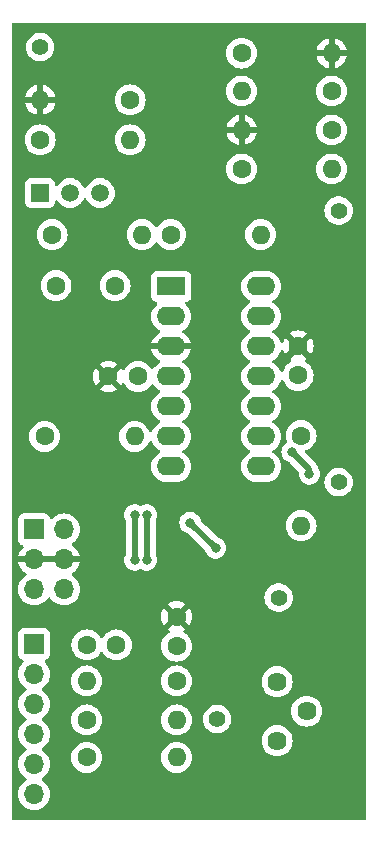
<source format=gbl>
G04 #@! TF.GenerationSoftware,KiCad,Pcbnew,7.0.2-0*
G04 #@! TF.CreationDate,2023-05-29T19:58:27+02:00*
G04 #@! TF.ProjectId,shmoergh-funk-live-voice,73686d6f-6572-4676-982d-66756e6b2d6c,rev?*
G04 #@! TF.SameCoordinates,Original*
G04 #@! TF.FileFunction,Copper,L2,Bot*
G04 #@! TF.FilePolarity,Positive*
%FSLAX46Y46*%
G04 Gerber Fmt 4.6, Leading zero omitted, Abs format (unit mm)*
G04 Created by KiCad (PCBNEW 7.0.2-0) date 2023-05-29 19:58:27*
%MOMM*%
%LPD*%
G01*
G04 APERTURE LIST*
G04 #@! TA.AperFunction,ComponentPad*
%ADD10C,1.600000*%
G04 #@! TD*
G04 #@! TA.AperFunction,ComponentPad*
%ADD11O,1.600000X1.600000*%
G04 #@! TD*
G04 #@! TA.AperFunction,ComponentPad*
%ADD12C,1.400000*%
G04 #@! TD*
G04 #@! TA.AperFunction,ComponentPad*
%ADD13C,1.620000*%
G04 #@! TD*
G04 #@! TA.AperFunction,ComponentPad*
%ADD14R,1.500000X1.500000*%
G04 #@! TD*
G04 #@! TA.AperFunction,ComponentPad*
%ADD15C,1.500000*%
G04 #@! TD*
G04 #@! TA.AperFunction,ComponentPad*
%ADD16R,1.700000X1.700000*%
G04 #@! TD*
G04 #@! TA.AperFunction,ComponentPad*
%ADD17O,1.700000X1.700000*%
G04 #@! TD*
G04 #@! TA.AperFunction,ComponentPad*
%ADD18R,2.400000X1.600000*%
G04 #@! TD*
G04 #@! TA.AperFunction,ComponentPad*
%ADD19O,2.400000X1.600000*%
G04 #@! TD*
G04 #@! TA.AperFunction,ViaPad*
%ADD20C,0.800000*%
G04 #@! TD*
G04 #@! TA.AperFunction,Conductor*
%ADD21C,0.508000*%
G04 #@! TD*
G04 APERTURE END LIST*
D10*
X128397000Y-67945000D03*
D11*
X136017000Y-67945000D03*
D10*
X138938000Y-105731036D03*
D11*
X131318000Y-105731036D03*
D10*
X133731000Y-72263000D03*
X128731000Y-72263000D03*
D12*
X147574000Y-98679000D03*
D10*
X144442000Y-52578000D03*
D11*
X152062000Y-52578000D03*
D10*
X138430000Y-67945000D03*
D11*
X146050000Y-67945000D03*
D10*
X133838000Y-102683036D03*
X131338000Y-102683036D03*
D12*
X152654000Y-65913000D03*
D10*
X152062000Y-55782328D03*
D11*
X144442000Y-55782328D03*
D10*
X127762000Y-85030036D03*
D11*
X135382000Y-85030036D03*
D10*
X135669000Y-79950036D03*
X133169000Y-79950036D03*
D12*
X142367000Y-108966000D03*
D10*
X149225000Y-77363000D03*
X149225000Y-79863000D03*
X144442000Y-62386328D03*
D11*
X152062000Y-62386328D03*
D13*
X147447000Y-105791000D03*
X149947000Y-108291000D03*
X147447000Y-110791000D03*
D10*
X138938000Y-102790036D03*
X138938000Y-100290036D03*
D12*
X152654000Y-88900000D03*
D10*
X127385817Y-59913364D03*
D11*
X135005817Y-59913364D03*
D12*
X127381000Y-52070000D03*
D10*
X131318000Y-109033036D03*
D11*
X138938000Y-109033036D03*
D14*
X127375817Y-64427364D03*
D15*
X129915817Y-64427364D03*
X132455817Y-64427364D03*
D10*
X135005817Y-56536541D03*
D11*
X127385817Y-56536541D03*
D10*
X152062000Y-59084328D03*
D11*
X144442000Y-59084328D03*
D10*
X149479000Y-84963000D03*
D11*
X149479000Y-92583000D03*
D10*
X131318000Y-112208036D03*
D11*
X138938000Y-112208036D03*
D16*
X126873000Y-102616000D03*
D17*
X126873000Y-105156000D03*
X126873000Y-107696000D03*
X126873000Y-110236000D03*
X126873000Y-112776000D03*
X126873000Y-115316000D03*
D18*
X138483000Y-72330036D03*
D19*
X138483000Y-74870036D03*
X138483000Y-77410036D03*
X138483000Y-79950036D03*
X138483000Y-82490036D03*
X138483000Y-85030036D03*
X138483000Y-87570036D03*
X146103000Y-87570036D03*
X146103000Y-85030036D03*
X146103000Y-82490036D03*
X146103000Y-79950036D03*
X146103000Y-77410036D03*
X146103000Y-74870036D03*
X146103000Y-72330036D03*
D16*
X126873000Y-92904036D03*
D17*
X129413000Y-92904036D03*
X126873000Y-95444036D03*
X129413000Y-95444036D03*
X126873000Y-97984036D03*
X129413000Y-97984036D03*
D20*
X136398000Y-95504000D03*
X136398000Y-91694000D03*
X135382000Y-91694000D03*
X135398497Y-95504000D03*
X140081000Y-92329000D03*
X142240000Y-94488000D03*
X148717000Y-86360000D03*
X150177500Y-88201500D03*
D21*
X136398000Y-95504000D02*
X136398000Y-91694000D01*
X135398497Y-95504000D02*
X135382000Y-95487503D01*
X135382000Y-95487503D02*
X135382000Y-91694000D01*
X142240000Y-94488000D02*
X140081000Y-92329000D01*
X150177500Y-88201500D02*
X150177500Y-87820500D01*
X150177500Y-87820500D02*
X148717000Y-86360000D01*
G04 #@! TA.AperFunction,Conductor*
G36*
X128953507Y-95234192D02*
G01*
X128913000Y-95372147D01*
X128913000Y-95515925D01*
X128953507Y-95653880D01*
X128979314Y-95694036D01*
X127306686Y-95694036D01*
X127332493Y-95653880D01*
X127373000Y-95515925D01*
X127373000Y-95372147D01*
X127332493Y-95234192D01*
X127306686Y-95194036D01*
X128979314Y-95194036D01*
X128953507Y-95234192D01*
G37*
G04 #@! TD.AperFunction*
G04 #@! TA.AperFunction,Conductor*
G36*
X148839835Y-77488148D02*
G01*
X148897359Y-77601045D01*
X148986955Y-77690641D01*
X149099852Y-77748165D01*
X149180599Y-77760953D01*
X148499526Y-78442025D01*
X148499526Y-78442026D01*
X148572515Y-78493133D01*
X148587975Y-78500342D01*
X148640414Y-78546514D01*
X148659566Y-78613708D01*
X148639350Y-78680589D01*
X148587978Y-78725104D01*
X148572268Y-78732429D01*
X148385859Y-78862953D01*
X148224953Y-79023859D01*
X148094432Y-79210264D01*
X147998261Y-79416502D01*
X147972114Y-79514085D01*
X147935749Y-79573745D01*
X147872901Y-79604274D01*
X147803526Y-79595979D01*
X147749648Y-79551494D01*
X147732564Y-79514083D01*
X147729739Y-79503539D01*
X147633567Y-79297300D01*
X147503046Y-79110895D01*
X147342140Y-78949989D01*
X147155733Y-78819467D01*
X147097725Y-78792418D01*
X147045285Y-78746246D01*
X147026133Y-78679053D01*
X147046348Y-78612171D01*
X147097725Y-78567654D01*
X147098317Y-78567378D01*
X147155734Y-78540604D01*
X147342139Y-78410083D01*
X147503047Y-78249175D01*
X147633568Y-78062770D01*
X147729739Y-77856532D01*
X147750785Y-77777983D01*
X147787149Y-77718325D01*
X147849996Y-77687795D01*
X147919372Y-77696089D01*
X147973250Y-77740574D01*
X147990335Y-77777983D01*
X147998734Y-77809327D01*
X148094866Y-78015484D01*
X148145972Y-78088471D01*
X148145974Y-78088472D01*
X148827046Y-77407399D01*
X148839835Y-77488148D01*
G37*
G04 #@! TD.AperFunction*
G04 #@! TA.AperFunction,Conductor*
G36*
X154942539Y-50020185D02*
G01*
X154988294Y-50072989D01*
X154999500Y-50124500D01*
X154999500Y-117375500D01*
X154979815Y-117442539D01*
X154927011Y-117488294D01*
X154875500Y-117499500D01*
X125124500Y-117499500D01*
X125057461Y-117479815D01*
X125011706Y-117427011D01*
X125000500Y-117375500D01*
X125000500Y-115316000D01*
X125517340Y-115316000D01*
X125537936Y-115551407D01*
X125582709Y-115718501D01*
X125599097Y-115779663D01*
X125698965Y-115993830D01*
X125834505Y-116187401D01*
X126001599Y-116354495D01*
X126195170Y-116490035D01*
X126409337Y-116589903D01*
X126637592Y-116651063D01*
X126873000Y-116671659D01*
X127108408Y-116651063D01*
X127336663Y-116589903D01*
X127550830Y-116490035D01*
X127744401Y-116354495D01*
X127911495Y-116187401D01*
X128047035Y-115993830D01*
X128146903Y-115779663D01*
X128208063Y-115551408D01*
X128228659Y-115316000D01*
X128208063Y-115080592D01*
X128146903Y-114852337D01*
X128047035Y-114638171D01*
X127911495Y-114444599D01*
X127744401Y-114277505D01*
X127558839Y-114147573D01*
X127515217Y-114092998D01*
X127508024Y-114023499D01*
X127539546Y-113961145D01*
X127558837Y-113944428D01*
X127744401Y-113814495D01*
X127911495Y-113647401D01*
X128047035Y-113453830D01*
X128146903Y-113239663D01*
X128208063Y-113011408D01*
X128228659Y-112776000D01*
X128208063Y-112540592D01*
X128146903Y-112312337D01*
X128098266Y-112208036D01*
X130012531Y-112208036D01*
X130032364Y-112434725D01*
X130091261Y-112654533D01*
X130187432Y-112860771D01*
X130317953Y-113047176D01*
X130478859Y-113208082D01*
X130665264Y-113338603D01*
X130665265Y-113338603D01*
X130665266Y-113338604D01*
X130871504Y-113434775D01*
X131091308Y-113493671D01*
X131318000Y-113513504D01*
X131544692Y-113493671D01*
X131764496Y-113434775D01*
X131970734Y-113338604D01*
X132157139Y-113208083D01*
X132318047Y-113047175D01*
X132448568Y-112860770D01*
X132544739Y-112654532D01*
X132603635Y-112434728D01*
X132623468Y-112208036D01*
X137632531Y-112208036D01*
X137652364Y-112434725D01*
X137711261Y-112654533D01*
X137807432Y-112860771D01*
X137937953Y-113047176D01*
X138098859Y-113208082D01*
X138285264Y-113338603D01*
X138285265Y-113338603D01*
X138285266Y-113338604D01*
X138491504Y-113434775D01*
X138711308Y-113493671D01*
X138938000Y-113513504D01*
X139164692Y-113493671D01*
X139384496Y-113434775D01*
X139590734Y-113338604D01*
X139777139Y-113208083D01*
X139938047Y-113047175D01*
X140068568Y-112860770D01*
X140164739Y-112654532D01*
X140223635Y-112434728D01*
X140243468Y-112208036D01*
X140223635Y-111981344D01*
X140164739Y-111761540D01*
X140068568Y-111555302D01*
X139993963Y-111448753D01*
X139938046Y-111368895D01*
X139777140Y-111207989D01*
X139590735Y-111077468D01*
X139384497Y-110981297D01*
X139164689Y-110922400D01*
X138938000Y-110902567D01*
X138711310Y-110922400D01*
X138491502Y-110981297D01*
X138285264Y-111077468D01*
X138098859Y-111207989D01*
X137937953Y-111368895D01*
X137807432Y-111555300D01*
X137711261Y-111761538D01*
X137652364Y-111981346D01*
X137632531Y-112208036D01*
X132623468Y-112208036D01*
X132603635Y-111981344D01*
X132544739Y-111761540D01*
X132448568Y-111555302D01*
X132373963Y-111448753D01*
X132318046Y-111368895D01*
X132157140Y-111207989D01*
X131970735Y-111077468D01*
X131764497Y-110981297D01*
X131544689Y-110922400D01*
X131318000Y-110902567D01*
X131091310Y-110922400D01*
X130871502Y-110981297D01*
X130665264Y-111077468D01*
X130478859Y-111207989D01*
X130317953Y-111368895D01*
X130187432Y-111555300D01*
X130091261Y-111761538D01*
X130032364Y-111981346D01*
X130012531Y-112208036D01*
X128098266Y-112208036D01*
X128047035Y-112098171D01*
X127911495Y-111904599D01*
X127744401Y-111737505D01*
X127558839Y-111607573D01*
X127515215Y-111552997D01*
X127508023Y-111483498D01*
X127539545Y-111421144D01*
X127558831Y-111404432D01*
X127744401Y-111274495D01*
X127911495Y-111107401D01*
X128047035Y-110913830D01*
X128104312Y-110791000D01*
X146131493Y-110791000D01*
X146151478Y-111019432D01*
X146210829Y-111240931D01*
X146263056Y-111352933D01*
X146307738Y-111448753D01*
X146439264Y-111636591D01*
X146601409Y-111798736D01*
X146789247Y-111930262D01*
X146997070Y-112027171D01*
X147218565Y-112086521D01*
X147370855Y-112099844D01*
X147446999Y-112106506D01*
X147446999Y-112106505D01*
X147447000Y-112106506D01*
X147675435Y-112086521D01*
X147896930Y-112027171D01*
X148104753Y-111930262D01*
X148292591Y-111798736D01*
X148454736Y-111636591D01*
X148586262Y-111448753D01*
X148683171Y-111240930D01*
X148742521Y-111019435D01*
X148762506Y-110791000D01*
X148742521Y-110562565D01*
X148683171Y-110341070D01*
X148586262Y-110133247D01*
X148454736Y-109945409D01*
X148292591Y-109783264D01*
X148104753Y-109651738D01*
X147995278Y-109600689D01*
X147896931Y-109554829D01*
X147675432Y-109495478D01*
X147447000Y-109475493D01*
X147218567Y-109495478D01*
X146997068Y-109554829D01*
X146789249Y-109651737D01*
X146789247Y-109651738D01*
X146601409Y-109783264D01*
X146601405Y-109783267D01*
X146439267Y-109945405D01*
X146439264Y-109945408D01*
X146439264Y-109945409D01*
X146369357Y-110045247D01*
X146307737Y-110133249D01*
X146210829Y-110341068D01*
X146151478Y-110562567D01*
X146131493Y-110791000D01*
X128104312Y-110791000D01*
X128146903Y-110699663D01*
X128208063Y-110471408D01*
X128228659Y-110236000D01*
X128208063Y-110000592D01*
X128146903Y-109772337D01*
X128047035Y-109558171D01*
X127911495Y-109364599D01*
X127744401Y-109197505D01*
X127558839Y-109067573D01*
X127531232Y-109033035D01*
X130012531Y-109033035D01*
X130032364Y-109259725D01*
X130091261Y-109479533D01*
X130187432Y-109685771D01*
X130317953Y-109872176D01*
X130478859Y-110033082D01*
X130665264Y-110163603D01*
X130665265Y-110163603D01*
X130665266Y-110163604D01*
X130871504Y-110259775D01*
X131091308Y-110318671D01*
X131318000Y-110338504D01*
X131544692Y-110318671D01*
X131764496Y-110259775D01*
X131970734Y-110163604D01*
X132157139Y-110033083D01*
X132318047Y-109872175D01*
X132448568Y-109685770D01*
X132544739Y-109479532D01*
X132603635Y-109259728D01*
X132623468Y-109033036D01*
X132623468Y-109033035D01*
X137632531Y-109033035D01*
X137652364Y-109259725D01*
X137711261Y-109479533D01*
X137807432Y-109685771D01*
X137937953Y-109872176D01*
X138098859Y-110033082D01*
X138285264Y-110163603D01*
X138285265Y-110163603D01*
X138285266Y-110163604D01*
X138491504Y-110259775D01*
X138711308Y-110318671D01*
X138938000Y-110338504D01*
X139164692Y-110318671D01*
X139384496Y-110259775D01*
X139590734Y-110163604D01*
X139777139Y-110033083D01*
X139938047Y-109872175D01*
X140068568Y-109685770D01*
X140164739Y-109479532D01*
X140223635Y-109259728D01*
X140243468Y-109033036D01*
X140237603Y-108965999D01*
X141161357Y-108965999D01*
X141181885Y-109187537D01*
X141242769Y-109401526D01*
X141341941Y-109600688D01*
X141476019Y-109778237D01*
X141640437Y-109928124D01*
X141829595Y-110045245D01*
X141829597Y-110045245D01*
X141829599Y-110045247D01*
X142037060Y-110125618D01*
X142255757Y-110166500D01*
X142255759Y-110166500D01*
X142478241Y-110166500D01*
X142478243Y-110166500D01*
X142696940Y-110125618D01*
X142904401Y-110045247D01*
X143093562Y-109928124D01*
X143257981Y-109778236D01*
X143392058Y-109600689D01*
X143491229Y-109401528D01*
X143501737Y-109364598D01*
X143520477Y-109298732D01*
X143552115Y-109187536D01*
X143572643Y-108966000D01*
X143552115Y-108744464D01*
X143507182Y-108586540D01*
X143491230Y-108530473D01*
X143392058Y-108331311D01*
X143361616Y-108290999D01*
X148631493Y-108290999D01*
X148651478Y-108519432D01*
X148710829Y-108740931D01*
X148741332Y-108806344D01*
X148807738Y-108948753D01*
X148939264Y-109136591D01*
X149101409Y-109298736D01*
X149289247Y-109430262D01*
X149497070Y-109527171D01*
X149718565Y-109586521D01*
X149870855Y-109599844D01*
X149946999Y-109606506D01*
X149946999Y-109606505D01*
X149947000Y-109606506D01*
X150175435Y-109586521D01*
X150396930Y-109527171D01*
X150604753Y-109430262D01*
X150792591Y-109298736D01*
X150954736Y-109136591D01*
X151086262Y-108948753D01*
X151183171Y-108740930D01*
X151242521Y-108519435D01*
X151262506Y-108291000D01*
X151242521Y-108062565D01*
X151183171Y-107841070D01*
X151086262Y-107633247D01*
X150954736Y-107445409D01*
X150792591Y-107283264D01*
X150604753Y-107151738D01*
X150464894Y-107086521D01*
X150396931Y-107054829D01*
X150175432Y-106995478D01*
X149947000Y-106975493D01*
X149718567Y-106995478D01*
X149497068Y-107054829D01*
X149289249Y-107151737D01*
X149289247Y-107151738D01*
X149174140Y-107232337D01*
X149101405Y-107283267D01*
X148939267Y-107445405D01*
X148807737Y-107633249D01*
X148710829Y-107841068D01*
X148651478Y-108062567D01*
X148631493Y-108290999D01*
X143361616Y-108290999D01*
X143257980Y-108153762D01*
X143093562Y-108003875D01*
X142904404Y-107886754D01*
X142843174Y-107863033D01*
X142696940Y-107806382D01*
X142478243Y-107765500D01*
X142255757Y-107765500D01*
X142037515Y-107806297D01*
X142037060Y-107806382D01*
X141829595Y-107886754D01*
X141640437Y-108003875D01*
X141476019Y-108153762D01*
X141341941Y-108331311D01*
X141242769Y-108530473D01*
X141181885Y-108744462D01*
X141161357Y-108965999D01*
X140237603Y-108965999D01*
X140223635Y-108806344D01*
X140164739Y-108586540D01*
X140068568Y-108380302D01*
X140064037Y-108373830D01*
X139938046Y-108193895D01*
X139777140Y-108032989D01*
X139590735Y-107902468D01*
X139384497Y-107806297D01*
X139164689Y-107747400D01*
X138938000Y-107727567D01*
X138711310Y-107747400D01*
X138491502Y-107806297D01*
X138285264Y-107902468D01*
X138098859Y-108032989D01*
X137937953Y-108193895D01*
X137807432Y-108380300D01*
X137711261Y-108586538D01*
X137652364Y-108806346D01*
X137632531Y-109033035D01*
X132623468Y-109033035D01*
X132603635Y-108806344D01*
X132544739Y-108586540D01*
X132448568Y-108380302D01*
X132444037Y-108373830D01*
X132318046Y-108193895D01*
X132157140Y-108032989D01*
X131970735Y-107902468D01*
X131764497Y-107806297D01*
X131544689Y-107747400D01*
X131318000Y-107727567D01*
X131091310Y-107747400D01*
X130871502Y-107806297D01*
X130665264Y-107902468D01*
X130478859Y-108032989D01*
X130317953Y-108193895D01*
X130187432Y-108380300D01*
X130091261Y-108586538D01*
X130032364Y-108806346D01*
X130012531Y-109033035D01*
X127531232Y-109033035D01*
X127515216Y-109012998D01*
X127508022Y-108943500D01*
X127539545Y-108881145D01*
X127558837Y-108864428D01*
X127744401Y-108734495D01*
X127911495Y-108567401D01*
X128047035Y-108373830D01*
X128146903Y-108159663D01*
X128208063Y-107931408D01*
X128228659Y-107696000D01*
X128208063Y-107460592D01*
X128146903Y-107232337D01*
X128047035Y-107018171D01*
X127911495Y-106824599D01*
X127744401Y-106657505D01*
X127558839Y-106527573D01*
X127515215Y-106472997D01*
X127508023Y-106403498D01*
X127539545Y-106341144D01*
X127558831Y-106324432D01*
X127744401Y-106194495D01*
X127911495Y-106027401D01*
X128047035Y-105833830D01*
X128094969Y-105731035D01*
X130012531Y-105731035D01*
X130032364Y-105957725D01*
X130091261Y-106177533D01*
X130187432Y-106383771D01*
X130317953Y-106570176D01*
X130478859Y-106731082D01*
X130665264Y-106861603D01*
X130665265Y-106861603D01*
X130665266Y-106861604D01*
X130871504Y-106957775D01*
X131091308Y-107016671D01*
X131318000Y-107036504D01*
X131544692Y-107016671D01*
X131764496Y-106957775D01*
X131970734Y-106861604D01*
X132157139Y-106731083D01*
X132318047Y-106570175D01*
X132448568Y-106383770D01*
X132544739Y-106177532D01*
X132603635Y-105957728D01*
X132623468Y-105731036D01*
X132623468Y-105731035D01*
X137632531Y-105731035D01*
X137652364Y-105957725D01*
X137711261Y-106177533D01*
X137807432Y-106383771D01*
X137937953Y-106570176D01*
X138098859Y-106731082D01*
X138285264Y-106861603D01*
X138285265Y-106861603D01*
X138285266Y-106861604D01*
X138491504Y-106957775D01*
X138711308Y-107016671D01*
X138938000Y-107036504D01*
X139164692Y-107016671D01*
X139384496Y-106957775D01*
X139590734Y-106861604D01*
X139777139Y-106731083D01*
X139938047Y-106570175D01*
X140068568Y-106383770D01*
X140164739Y-106177532D01*
X140223635Y-105957728D01*
X140238222Y-105791000D01*
X146131493Y-105791000D01*
X146151478Y-106019432D01*
X146198386Y-106194495D01*
X146210829Y-106240930D01*
X146307738Y-106448753D01*
X146439264Y-106636591D01*
X146601409Y-106798736D01*
X146789247Y-106930262D01*
X146997070Y-107027171D01*
X147218565Y-107086521D01*
X147447000Y-107106506D01*
X147675435Y-107086521D01*
X147896930Y-107027171D01*
X148104753Y-106930262D01*
X148292591Y-106798736D01*
X148454736Y-106636591D01*
X148586262Y-106448753D01*
X148683171Y-106240930D01*
X148742521Y-106019435D01*
X148762506Y-105791000D01*
X148742521Y-105562565D01*
X148683171Y-105341070D01*
X148586262Y-105133247D01*
X148454736Y-104945409D01*
X148292591Y-104783264D01*
X148104753Y-104651738D01*
X147994804Y-104600468D01*
X147896931Y-104554829D01*
X147675432Y-104495478D01*
X147447000Y-104475493D01*
X147218567Y-104495478D01*
X146997068Y-104554829D01*
X146789249Y-104651737D01*
X146789247Y-104651738D01*
X146601409Y-104783264D01*
X146601405Y-104783267D01*
X146439267Y-104945405D01*
X146439264Y-104945408D01*
X146439264Y-104945409D01*
X146346213Y-105078300D01*
X146307737Y-105133249D01*
X146210829Y-105341068D01*
X146151478Y-105562567D01*
X146131493Y-105791000D01*
X140238222Y-105791000D01*
X140243468Y-105731036D01*
X140223635Y-105504344D01*
X140164739Y-105284540D01*
X140068568Y-105078302D01*
X139975517Y-104945409D01*
X139938046Y-104891895D01*
X139777140Y-104730989D01*
X139590735Y-104600468D01*
X139384497Y-104504297D01*
X139164689Y-104445400D01*
X138938000Y-104425567D01*
X138711310Y-104445400D01*
X138491502Y-104504297D01*
X138285264Y-104600468D01*
X138098859Y-104730989D01*
X137937953Y-104891895D01*
X137807432Y-105078300D01*
X137711261Y-105284538D01*
X137652364Y-105504346D01*
X137632531Y-105731035D01*
X132623468Y-105731035D01*
X132603635Y-105504344D01*
X132544739Y-105284540D01*
X132448568Y-105078302D01*
X132355517Y-104945409D01*
X132318046Y-104891895D01*
X132157140Y-104730989D01*
X131970735Y-104600468D01*
X131764497Y-104504297D01*
X131544689Y-104445400D01*
X131318000Y-104425567D01*
X131091310Y-104445400D01*
X130871502Y-104504297D01*
X130665264Y-104600468D01*
X130478859Y-104730989D01*
X130317953Y-104891895D01*
X130187432Y-105078300D01*
X130091261Y-105284538D01*
X130032364Y-105504346D01*
X130012531Y-105731035D01*
X128094969Y-105731035D01*
X128146903Y-105619663D01*
X128208063Y-105391408D01*
X128228659Y-105156000D01*
X128208063Y-104920592D01*
X128146903Y-104692337D01*
X128047035Y-104478171D01*
X127911495Y-104284599D01*
X127789569Y-104162673D01*
X127756084Y-104101350D01*
X127761068Y-104031658D01*
X127802940Y-103975725D01*
X127833915Y-103958810D01*
X127965331Y-103909796D01*
X128080546Y-103823546D01*
X128166796Y-103708331D01*
X128217091Y-103573483D01*
X128223500Y-103513873D01*
X128223500Y-102683036D01*
X130032531Y-102683036D01*
X130052364Y-102909725D01*
X130111261Y-103129533D01*
X130207432Y-103335771D01*
X130337953Y-103522176D01*
X130498859Y-103683082D01*
X130685264Y-103813603D01*
X130685265Y-103813603D01*
X130685266Y-103813604D01*
X130891504Y-103909775D01*
X131111308Y-103968671D01*
X131191936Y-103975725D01*
X131337999Y-103988504D01*
X131337999Y-103988503D01*
X131338000Y-103988504D01*
X131564692Y-103968671D01*
X131784496Y-103909775D01*
X131990734Y-103813604D01*
X132177139Y-103683083D01*
X132338047Y-103522175D01*
X132468568Y-103335770D01*
X132475619Y-103320648D01*
X132521789Y-103268212D01*
X132588982Y-103249059D01*
X132655864Y-103269274D01*
X132700380Y-103320648D01*
X132707432Y-103335770D01*
X132707434Y-103335774D01*
X132837953Y-103522176D01*
X132998859Y-103683082D01*
X133185264Y-103813603D01*
X133185265Y-103813603D01*
X133185266Y-103813604D01*
X133391504Y-103909775D01*
X133611308Y-103968671D01*
X133691936Y-103975725D01*
X133837999Y-103988504D01*
X133837999Y-103988503D01*
X133838000Y-103988504D01*
X134064692Y-103968671D01*
X134284496Y-103909775D01*
X134490734Y-103813604D01*
X134677139Y-103683083D01*
X134838047Y-103522175D01*
X134968568Y-103335770D01*
X135064739Y-103129532D01*
X135123635Y-102909728D01*
X135134107Y-102790035D01*
X137632531Y-102790035D01*
X137652364Y-103016725D01*
X137711261Y-103236533D01*
X137807432Y-103442771D01*
X137937953Y-103629176D01*
X138098859Y-103790082D01*
X138285264Y-103920603D01*
X138285265Y-103920603D01*
X138285266Y-103920604D01*
X138491504Y-104016775D01*
X138711308Y-104075671D01*
X138938000Y-104095504D01*
X139164692Y-104075671D01*
X139384496Y-104016775D01*
X139590734Y-103920604D01*
X139777139Y-103790083D01*
X139938047Y-103629175D01*
X140068568Y-103442770D01*
X140164739Y-103236532D01*
X140223635Y-103016728D01*
X140243468Y-102790036D01*
X140223635Y-102563344D01*
X140164739Y-102343540D01*
X140068568Y-102137302D01*
X139993647Y-102030302D01*
X139938046Y-101950895D01*
X139777140Y-101789989D01*
X139590735Y-101659468D01*
X139575023Y-101652142D01*
X139522584Y-101605969D01*
X139503432Y-101538776D01*
X139523648Y-101471895D01*
X139575026Y-101427376D01*
X139590484Y-101420167D01*
X139663472Y-101369061D01*
X138982401Y-100687989D01*
X139063148Y-100675201D01*
X139176045Y-100617677D01*
X139265641Y-100528081D01*
X139323165Y-100415184D01*
X139335953Y-100334436D01*
X140017025Y-101015508D01*
X140068134Y-100942516D01*
X140164266Y-100736362D01*
X140223141Y-100516638D01*
X140242966Y-100290036D01*
X140223141Y-100063433D01*
X140164266Y-99843709D01*
X140068133Y-99637551D01*
X140017025Y-99564562D01*
X139335953Y-100245634D01*
X139323165Y-100164888D01*
X139265641Y-100051991D01*
X139176045Y-99962395D01*
X139063148Y-99904871D01*
X138982400Y-99892082D01*
X139663472Y-99211010D01*
X139663471Y-99211008D01*
X139590484Y-99159902D01*
X139384326Y-99063769D01*
X139164602Y-99004894D01*
X138937999Y-98985069D01*
X138711397Y-99004894D01*
X138491672Y-99063769D01*
X138285516Y-99159901D01*
X138212527Y-99211009D01*
X138212526Y-99211009D01*
X138893600Y-99892082D01*
X138812852Y-99904871D01*
X138699955Y-99962395D01*
X138610359Y-100051991D01*
X138552835Y-100164888D01*
X138540046Y-100245635D01*
X137858973Y-99564562D01*
X137858973Y-99564563D01*
X137807865Y-99637552D01*
X137711733Y-99843708D01*
X137652858Y-100063433D01*
X137633033Y-100290036D01*
X137652858Y-100516638D01*
X137711733Y-100736362D01*
X137807866Y-100942520D01*
X137858972Y-101015507D01*
X137858974Y-101015508D01*
X138540046Y-100334435D01*
X138552835Y-100415184D01*
X138610359Y-100528081D01*
X138699955Y-100617677D01*
X138812852Y-100675201D01*
X138893599Y-100687989D01*
X138212526Y-101369061D01*
X138212526Y-101369062D01*
X138285515Y-101420169D01*
X138300975Y-101427378D01*
X138353414Y-101473550D01*
X138372566Y-101540744D01*
X138352350Y-101607625D01*
X138300978Y-101652140D01*
X138285268Y-101659465D01*
X138098859Y-101789989D01*
X137937953Y-101950895D01*
X137807432Y-102137300D01*
X137711261Y-102343538D01*
X137652364Y-102563346D01*
X137632531Y-102790035D01*
X135134107Y-102790035D01*
X135143468Y-102683036D01*
X135123635Y-102456344D01*
X135064739Y-102236540D01*
X134968568Y-102030302D01*
X134912968Y-101950895D01*
X134838046Y-101843895D01*
X134677140Y-101682989D01*
X134490735Y-101552468D01*
X134284497Y-101456297D01*
X134064689Y-101397400D01*
X133837999Y-101377567D01*
X133611310Y-101397400D01*
X133391502Y-101456297D01*
X133185264Y-101552468D01*
X132998859Y-101682989D01*
X132837953Y-101843895D01*
X132707432Y-102030300D01*
X132700382Y-102045421D01*
X132654209Y-102097860D01*
X132587016Y-102117012D01*
X132520135Y-102096796D01*
X132475618Y-102045421D01*
X132468567Y-102030300D01*
X132338046Y-101843895D01*
X132177140Y-101682989D01*
X131990735Y-101552468D01*
X131784497Y-101456297D01*
X131564689Y-101397400D01*
X131337999Y-101377567D01*
X131111310Y-101397400D01*
X130891502Y-101456297D01*
X130685264Y-101552468D01*
X130498859Y-101682989D01*
X130337953Y-101843895D01*
X130207432Y-102030300D01*
X130111261Y-102236538D01*
X130052364Y-102456346D01*
X130032531Y-102683036D01*
X128223500Y-102683036D01*
X128223499Y-101718128D01*
X128217091Y-101658517D01*
X128166796Y-101523669D01*
X128080546Y-101408454D01*
X127965331Y-101322204D01*
X127830483Y-101271909D01*
X127770873Y-101265500D01*
X127767550Y-101265500D01*
X125978439Y-101265500D01*
X125978420Y-101265500D01*
X125975128Y-101265501D01*
X125971848Y-101265853D01*
X125971840Y-101265854D01*
X125915515Y-101271909D01*
X125780669Y-101322204D01*
X125665454Y-101408454D01*
X125579204Y-101523668D01*
X125528910Y-101658515D01*
X125528909Y-101658517D01*
X125522500Y-101718127D01*
X125522500Y-101721448D01*
X125522500Y-101721449D01*
X125522500Y-103510560D01*
X125522500Y-103510578D01*
X125522501Y-103513872D01*
X125522853Y-103517152D01*
X125522854Y-103517159D01*
X125528909Y-103573483D01*
X125579204Y-103708331D01*
X125665454Y-103823546D01*
X125780669Y-103909796D01*
X125892907Y-103951658D01*
X125912082Y-103958810D01*
X125968016Y-104000681D01*
X125992433Y-104066146D01*
X125977581Y-104134419D01*
X125956431Y-104162673D01*
X125834503Y-104284601D01*
X125698965Y-104478170D01*
X125599097Y-104692336D01*
X125537936Y-104920592D01*
X125517340Y-105155999D01*
X125537936Y-105391407D01*
X125568198Y-105504344D01*
X125599097Y-105619663D01*
X125698965Y-105833830D01*
X125834505Y-106027401D01*
X126001599Y-106194495D01*
X126187160Y-106324426D01*
X126230783Y-106379002D01*
X126237976Y-106448501D01*
X126206454Y-106510855D01*
X126187160Y-106527574D01*
X126031468Y-106636591D01*
X126001595Y-106657508D01*
X125834505Y-106824598D01*
X125698965Y-107018170D01*
X125599097Y-107232336D01*
X125537936Y-107460592D01*
X125517340Y-107696000D01*
X125537936Y-107931407D01*
X125582709Y-108098501D01*
X125599097Y-108159663D01*
X125698965Y-108373830D01*
X125834505Y-108567401D01*
X126001599Y-108734495D01*
X126187160Y-108864426D01*
X126230783Y-108919002D01*
X126237976Y-108988501D01*
X126206454Y-109050855D01*
X126187158Y-109067575D01*
X126015837Y-109187536D01*
X126001595Y-109197508D01*
X125834505Y-109364598D01*
X125698965Y-109558170D01*
X125599097Y-109772336D01*
X125537936Y-110000592D01*
X125517340Y-110235999D01*
X125537936Y-110471407D01*
X125582709Y-110638501D01*
X125599097Y-110699663D01*
X125698965Y-110913830D01*
X125834505Y-111107401D01*
X126001599Y-111274495D01*
X126187160Y-111404426D01*
X126230783Y-111459002D01*
X126237976Y-111528501D01*
X126206454Y-111590855D01*
X126187159Y-111607575D01*
X126001595Y-111737508D01*
X125834505Y-111904598D01*
X125698965Y-112098170D01*
X125599097Y-112312336D01*
X125537936Y-112540592D01*
X125517340Y-112776000D01*
X125537936Y-113011407D01*
X125582709Y-113178502D01*
X125599097Y-113239663D01*
X125698965Y-113453830D01*
X125834505Y-113647401D01*
X126001599Y-113814495D01*
X126187160Y-113944426D01*
X126230783Y-113999002D01*
X126237976Y-114068501D01*
X126206454Y-114130855D01*
X126187159Y-114147575D01*
X126001595Y-114277508D01*
X125834505Y-114444598D01*
X125698965Y-114638170D01*
X125599097Y-114852336D01*
X125537936Y-115080592D01*
X125517340Y-115316000D01*
X125000500Y-115316000D01*
X125000500Y-97984036D01*
X125517340Y-97984036D01*
X125537936Y-98219443D01*
X125544375Y-98243472D01*
X125599097Y-98447699D01*
X125698965Y-98661866D01*
X125834505Y-98855437D01*
X126001599Y-99022531D01*
X126195170Y-99158071D01*
X126409337Y-99257939D01*
X126637592Y-99319099D01*
X126873000Y-99339695D01*
X127108408Y-99319099D01*
X127336663Y-99257939D01*
X127550830Y-99158071D01*
X127744401Y-99022531D01*
X127911495Y-98855437D01*
X128041427Y-98669874D01*
X128096001Y-98626252D01*
X128165499Y-98619058D01*
X128227854Y-98650581D01*
X128244572Y-98669874D01*
X128374505Y-98855437D01*
X128541599Y-99022531D01*
X128735170Y-99158071D01*
X128949337Y-99257939D01*
X129177592Y-99319099D01*
X129413000Y-99339695D01*
X129648408Y-99319099D01*
X129876663Y-99257939D01*
X130090830Y-99158071D01*
X130284401Y-99022531D01*
X130451495Y-98855437D01*
X130575038Y-98678999D01*
X146368357Y-98678999D01*
X146388885Y-98900537D01*
X146449769Y-99114526D01*
X146548941Y-99313688D01*
X146683019Y-99491237D01*
X146847437Y-99641124D01*
X147036595Y-99758245D01*
X147036597Y-99758245D01*
X147036599Y-99758247D01*
X147244060Y-99838618D01*
X147462757Y-99879500D01*
X147462759Y-99879500D01*
X147685241Y-99879500D01*
X147685243Y-99879500D01*
X147903940Y-99838618D01*
X148111401Y-99758247D01*
X148300562Y-99641124D01*
X148464981Y-99491236D01*
X148599058Y-99313689D01*
X148698229Y-99114528D01*
X148759115Y-98900536D01*
X148779643Y-98679000D01*
X148759115Y-98457464D01*
X148736227Y-98377021D01*
X148698230Y-98243473D01*
X148599058Y-98044311D01*
X148464980Y-97866762D01*
X148300562Y-97716875D01*
X148111404Y-97599754D01*
X148050174Y-97576033D01*
X147903940Y-97519382D01*
X147685243Y-97478500D01*
X147462757Y-97478500D01*
X147283534Y-97512003D01*
X147244060Y-97519382D01*
X147036595Y-97599754D01*
X146847437Y-97716875D01*
X146683019Y-97866762D01*
X146548941Y-98044311D01*
X146449769Y-98243473D01*
X146388885Y-98457462D01*
X146368357Y-98678999D01*
X130575038Y-98678999D01*
X130587035Y-98661866D01*
X130686903Y-98447699D01*
X130748063Y-98219444D01*
X130768659Y-97984036D01*
X130748063Y-97748628D01*
X130686903Y-97520373D01*
X130587035Y-97306207D01*
X130451495Y-97112635D01*
X130284401Y-96945541D01*
X130098402Y-96815303D01*
X130054780Y-96760728D01*
X130047587Y-96691229D01*
X130079109Y-96628875D01*
X130098405Y-96612155D01*
X130284078Y-96482145D01*
X130451106Y-96315117D01*
X130586600Y-96121612D01*
X130686430Y-95907528D01*
X130743636Y-95694036D01*
X129846686Y-95694036D01*
X129872493Y-95653880D01*
X129913000Y-95515925D01*
X129913000Y-95372147D01*
X129872493Y-95234192D01*
X129846686Y-95194036D01*
X130743636Y-95194036D01*
X130743635Y-95194035D01*
X130686430Y-94980543D01*
X130586599Y-94766457D01*
X130451109Y-94572957D01*
X130284081Y-94405929D01*
X130098404Y-94275916D01*
X130054780Y-94221339D01*
X130047587Y-94151840D01*
X130079109Y-94089486D01*
X130098399Y-94072770D01*
X130284401Y-93942531D01*
X130451495Y-93775437D01*
X130587035Y-93581866D01*
X130686903Y-93367699D01*
X130748063Y-93139444D01*
X130768659Y-92904036D01*
X130748063Y-92668628D01*
X130686903Y-92440373D01*
X130587035Y-92226207D01*
X130451495Y-92032635D01*
X130284401Y-91865541D01*
X130090830Y-91730001D01*
X130013626Y-91694000D01*
X134476540Y-91694000D01*
X134496326Y-91882257D01*
X134554819Y-92062281D01*
X134554821Y-92062284D01*
X134610887Y-92159393D01*
X134627500Y-92221392D01*
X134627500Y-95005179D01*
X134610887Y-95067179D01*
X134571317Y-95135715D01*
X134512823Y-95315742D01*
X134493037Y-95503999D01*
X134512823Y-95692257D01*
X134571317Y-95872284D01*
X134665963Y-96036216D01*
X134792626Y-96176889D01*
X134945766Y-96288151D01*
X135118694Y-96365144D01*
X135303849Y-96404500D01*
X135303851Y-96404500D01*
X135493145Y-96404500D01*
X135678297Y-96365145D01*
X135678298Y-96365144D01*
X135678300Y-96365144D01*
X135847814Y-96289670D01*
X135917060Y-96280385D01*
X135948683Y-96289671D01*
X136118197Y-96365144D01*
X136303352Y-96404500D01*
X136303354Y-96404500D01*
X136492648Y-96404500D01*
X136616083Y-96378262D01*
X136677803Y-96365144D01*
X136850730Y-96288151D01*
X137003871Y-96176888D01*
X137130533Y-96036216D01*
X137225179Y-95872284D01*
X137283674Y-95692256D01*
X137303460Y-95504000D01*
X137283674Y-95315744D01*
X137253332Y-95222363D01*
X137225179Y-95135715D01*
X137169113Y-95038606D01*
X137152500Y-94976606D01*
X137152500Y-92329000D01*
X139175540Y-92329000D01*
X139195326Y-92517257D01*
X139253820Y-92697284D01*
X139348466Y-92861216D01*
X139475129Y-93001889D01*
X139628269Y-93113151D01*
X139801193Y-93190143D01*
X139801196Y-93190143D01*
X139801197Y-93190144D01*
X139859146Y-93202461D01*
X139920627Y-93235652D01*
X139921046Y-93236070D01*
X141329951Y-94644975D01*
X141360201Y-94694338D01*
X141412820Y-94856284D01*
X141507466Y-95020216D01*
X141634129Y-95160889D01*
X141787269Y-95272151D01*
X141960197Y-95349144D01*
X142145352Y-95388500D01*
X142145354Y-95388500D01*
X142334648Y-95388500D01*
X142458083Y-95362262D01*
X142519803Y-95349144D01*
X142692730Y-95272151D01*
X142845871Y-95160888D01*
X142972533Y-95020216D01*
X143067179Y-94856284D01*
X143125674Y-94676256D01*
X143145460Y-94488000D01*
X143125674Y-94299744D01*
X143067179Y-94119716D01*
X143067179Y-94119715D01*
X142972533Y-93955783D01*
X142845870Y-93815110D01*
X142692732Y-93703849D01*
X142577445Y-93652520D01*
X142519803Y-93626856D01*
X142497092Y-93622028D01*
X142461850Y-93614537D01*
X142400369Y-93581343D01*
X142399952Y-93580928D01*
X141402023Y-92582999D01*
X148173531Y-92582999D01*
X148193364Y-92809689D01*
X148252261Y-93029497D01*
X148348432Y-93235735D01*
X148478953Y-93422140D01*
X148639859Y-93583046D01*
X148826264Y-93713567D01*
X148826265Y-93713567D01*
X148826266Y-93713568D01*
X149032504Y-93809739D01*
X149252308Y-93868635D01*
X149479000Y-93888468D01*
X149705692Y-93868635D01*
X149925496Y-93809739D01*
X150131734Y-93713568D01*
X150318139Y-93583047D01*
X150479047Y-93422139D01*
X150609568Y-93235734D01*
X150705739Y-93029496D01*
X150764635Y-92809692D01*
X150784468Y-92583000D01*
X150764635Y-92356308D01*
X150705739Y-92136504D01*
X150609568Y-91930266D01*
X150575952Y-91882256D01*
X150479046Y-91743859D01*
X150318140Y-91582953D01*
X150131735Y-91452432D01*
X149925497Y-91356261D01*
X149705689Y-91297364D01*
X149479000Y-91277531D01*
X149252310Y-91297364D01*
X149032502Y-91356261D01*
X148826264Y-91452432D01*
X148639859Y-91582953D01*
X148478953Y-91743859D01*
X148348432Y-91930264D01*
X148252261Y-92136502D01*
X148193364Y-92356310D01*
X148173531Y-92582999D01*
X141402023Y-92582999D01*
X140991049Y-92172025D01*
X140960799Y-92122662D01*
X140908179Y-91960715D01*
X140813533Y-91796783D01*
X140686870Y-91656110D01*
X140533730Y-91544848D01*
X140360802Y-91467855D01*
X140175648Y-91428500D01*
X140175646Y-91428500D01*
X139986354Y-91428500D01*
X139986352Y-91428500D01*
X139801197Y-91467855D01*
X139628269Y-91544848D01*
X139475129Y-91656110D01*
X139348466Y-91796783D01*
X139253820Y-91960715D01*
X139195326Y-92140742D01*
X139175540Y-92329000D01*
X137152500Y-92329000D01*
X137152500Y-92221392D01*
X137169112Y-92159393D01*
X137225179Y-92062284D01*
X137283674Y-91882256D01*
X137303460Y-91694000D01*
X137283674Y-91505744D01*
X137225179Y-91325716D01*
X137225179Y-91325715D01*
X137130533Y-91161783D01*
X137003870Y-91021110D01*
X136850730Y-90909848D01*
X136677802Y-90832855D01*
X136492648Y-90793500D01*
X136492646Y-90793500D01*
X136303354Y-90793500D01*
X136303352Y-90793500D01*
X136118201Y-90832854D01*
X135940436Y-90912001D01*
X135871186Y-90921285D01*
X135839564Y-90912001D01*
X135744205Y-90869544D01*
X135661803Y-90832856D01*
X135661802Y-90832855D01*
X135661798Y-90832854D01*
X135476648Y-90793500D01*
X135476646Y-90793500D01*
X135287354Y-90793500D01*
X135287352Y-90793500D01*
X135102197Y-90832855D01*
X134929269Y-90909848D01*
X134776129Y-91021110D01*
X134649466Y-91161783D01*
X134554820Y-91325715D01*
X134496326Y-91505742D01*
X134476540Y-91694000D01*
X130013626Y-91694000D01*
X129876663Y-91630133D01*
X129815501Y-91613745D01*
X129648407Y-91568972D01*
X129413000Y-91548376D01*
X129177592Y-91568972D01*
X128949336Y-91630133D01*
X128735170Y-91730001D01*
X128541601Y-91865539D01*
X128419673Y-91987467D01*
X128358350Y-92020951D01*
X128288658Y-92015967D01*
X128232725Y-91974095D01*
X128215810Y-91943118D01*
X128193110Y-91882257D01*
X128166796Y-91811705D01*
X128080546Y-91696490D01*
X127965331Y-91610240D01*
X127830483Y-91559945D01*
X127770873Y-91553536D01*
X127767550Y-91553536D01*
X125978439Y-91553536D01*
X125978420Y-91553536D01*
X125975128Y-91553537D01*
X125971848Y-91553889D01*
X125971840Y-91553890D01*
X125915515Y-91559945D01*
X125780669Y-91610240D01*
X125665454Y-91696490D01*
X125579204Y-91811704D01*
X125534984Y-91930266D01*
X125528909Y-91946553D01*
X125522500Y-92006163D01*
X125522500Y-92009484D01*
X125522500Y-92009485D01*
X125522500Y-93798596D01*
X125522500Y-93798614D01*
X125522501Y-93801908D01*
X125522853Y-93805188D01*
X125522854Y-93805195D01*
X125528909Y-93861520D01*
X125531563Y-93868635D01*
X125579204Y-93996367D01*
X125665454Y-94111582D01*
X125780669Y-94197832D01*
X125912598Y-94247038D01*
X125968532Y-94288909D01*
X125992949Y-94354373D01*
X125978097Y-94422646D01*
X125956947Y-94450901D01*
X125834888Y-94572960D01*
X125699400Y-94766457D01*
X125599569Y-94980543D01*
X125542364Y-95194035D01*
X125542364Y-95194036D01*
X126439314Y-95194036D01*
X126413507Y-95234192D01*
X126373000Y-95372147D01*
X126373000Y-95515925D01*
X126413507Y-95653880D01*
X126439314Y-95694036D01*
X125542364Y-95694036D01*
X125599569Y-95907528D01*
X125699399Y-96121612D01*
X125834893Y-96315117D01*
X126001918Y-96482142D01*
X126187595Y-96612155D01*
X126231219Y-96666732D01*
X126238412Y-96736231D01*
X126206890Y-96798585D01*
X126187595Y-96815305D01*
X126001595Y-96945544D01*
X125834505Y-97112634D01*
X125698965Y-97306206D01*
X125599097Y-97520372D01*
X125537936Y-97748628D01*
X125517340Y-97984036D01*
X125000500Y-97984036D01*
X125000500Y-85030035D01*
X126456531Y-85030035D01*
X126476364Y-85256725D01*
X126535261Y-85476533D01*
X126631432Y-85682771D01*
X126761953Y-85869176D01*
X126922859Y-86030082D01*
X127109264Y-86160603D01*
X127109265Y-86160603D01*
X127109266Y-86160604D01*
X127315504Y-86256775D01*
X127535308Y-86315671D01*
X127686435Y-86328893D01*
X127761999Y-86335504D01*
X127761999Y-86335503D01*
X127762000Y-86335504D01*
X127988692Y-86315671D01*
X128208496Y-86256775D01*
X128414734Y-86160604D01*
X128601139Y-86030083D01*
X128762047Y-85869175D01*
X128892568Y-85682770D01*
X128988739Y-85476532D01*
X129047635Y-85256728D01*
X129067468Y-85030036D01*
X129047635Y-84803344D01*
X128988739Y-84583540D01*
X128892568Y-84377302D01*
X128845630Y-84310266D01*
X128762046Y-84190895D01*
X128601140Y-84029989D01*
X128414735Y-83899468D01*
X128208497Y-83803297D01*
X127988689Y-83744400D01*
X127761999Y-83724567D01*
X127535310Y-83744400D01*
X127315502Y-83803297D01*
X127109264Y-83899468D01*
X126922859Y-84029989D01*
X126761953Y-84190895D01*
X126631432Y-84377300D01*
X126535261Y-84583538D01*
X126476364Y-84803346D01*
X126456531Y-85030035D01*
X125000500Y-85030035D01*
X125000500Y-79950036D01*
X131864033Y-79950036D01*
X131883858Y-80176638D01*
X131942733Y-80396362D01*
X132038866Y-80602520D01*
X132089972Y-80675507D01*
X132089974Y-80675508D01*
X132771046Y-79994435D01*
X132783835Y-80075184D01*
X132841359Y-80188081D01*
X132930955Y-80277677D01*
X133043852Y-80335201D01*
X133124599Y-80347989D01*
X132443526Y-81029061D01*
X132443526Y-81029062D01*
X132516515Y-81080169D01*
X132722673Y-81176302D01*
X132942397Y-81235177D01*
X133169000Y-81255002D01*
X133395602Y-81235177D01*
X133615326Y-81176302D01*
X133821480Y-81080170D01*
X133894472Y-81029061D01*
X133213401Y-80347989D01*
X133294148Y-80335201D01*
X133407045Y-80277677D01*
X133496641Y-80188081D01*
X133554165Y-80075184D01*
X133566953Y-79994436D01*
X134248025Y-80675508D01*
X134299131Y-80602520D01*
X134306340Y-80587062D01*
X134352511Y-80534622D01*
X134419704Y-80515468D01*
X134486586Y-80535682D01*
X134531106Y-80587059D01*
X134538432Y-80602771D01*
X134668953Y-80789176D01*
X134829859Y-80950082D01*
X135016264Y-81080603D01*
X135016265Y-81080603D01*
X135016266Y-81080604D01*
X135222504Y-81176775D01*
X135442308Y-81235671D01*
X135669000Y-81255504D01*
X135895692Y-81235671D01*
X136115496Y-81176775D01*
X136321734Y-81080604D01*
X136508139Y-80950083D01*
X136669047Y-80789175D01*
X136774425Y-80638677D01*
X136829001Y-80595053D01*
X136898500Y-80587859D01*
X136960854Y-80619381D01*
X136977575Y-80638678D01*
X137082953Y-80789176D01*
X137243859Y-80950082D01*
X137429645Y-81080169D01*
X137430266Y-81080604D01*
X137488275Y-81107654D01*
X137540714Y-81153827D01*
X137559865Y-81221021D01*
X137539649Y-81287902D01*
X137488275Y-81332418D01*
X137430263Y-81359469D01*
X137243859Y-81489989D01*
X137082953Y-81650895D01*
X136952432Y-81837300D01*
X136856261Y-82043538D01*
X136797364Y-82263346D01*
X136777531Y-82490035D01*
X136797364Y-82716725D01*
X136856261Y-82936533D01*
X136952432Y-83142771D01*
X137082953Y-83329176D01*
X137243859Y-83490082D01*
X137430263Y-83620602D01*
X137430266Y-83620604D01*
X137488275Y-83647654D01*
X137540714Y-83693827D01*
X137559865Y-83761021D01*
X137539649Y-83827902D01*
X137488275Y-83872418D01*
X137430263Y-83899469D01*
X137243859Y-84029989D01*
X137082953Y-84190895D01*
X136952432Y-84377300D01*
X136856261Y-84583538D01*
X136852275Y-84598416D01*
X136815909Y-84658076D01*
X136753062Y-84688605D01*
X136683687Y-84680310D01*
X136629809Y-84635824D01*
X136612725Y-84598416D01*
X136608738Y-84583538D01*
X136512567Y-84377300D01*
X136382046Y-84190895D01*
X136221140Y-84029989D01*
X136034735Y-83899468D01*
X135828497Y-83803297D01*
X135608689Y-83744400D01*
X135381999Y-83724567D01*
X135155310Y-83744400D01*
X134935502Y-83803297D01*
X134729264Y-83899468D01*
X134542859Y-84029989D01*
X134381953Y-84190895D01*
X134251432Y-84377300D01*
X134155261Y-84583538D01*
X134096364Y-84803346D01*
X134076531Y-85030035D01*
X134096364Y-85256725D01*
X134155261Y-85476533D01*
X134251432Y-85682771D01*
X134381953Y-85869176D01*
X134542859Y-86030082D01*
X134729264Y-86160603D01*
X134729265Y-86160603D01*
X134729266Y-86160604D01*
X134935504Y-86256775D01*
X135155308Y-86315671D01*
X135382000Y-86335504D01*
X135608692Y-86315671D01*
X135828496Y-86256775D01*
X136034734Y-86160604D01*
X136221139Y-86030083D01*
X136382047Y-85869175D01*
X136512568Y-85682770D01*
X136608739Y-85476532D01*
X136612724Y-85461656D01*
X136649090Y-85401995D01*
X136711937Y-85371466D01*
X136781312Y-85379761D01*
X136835190Y-85424246D01*
X136852275Y-85461656D01*
X136856261Y-85476532D01*
X136952432Y-85682771D01*
X137082953Y-85869176D01*
X137243859Y-86030082D01*
X137430263Y-86160602D01*
X137430266Y-86160604D01*
X137488275Y-86187654D01*
X137540714Y-86233827D01*
X137559865Y-86301021D01*
X137539649Y-86367902D01*
X137488275Y-86412418D01*
X137430263Y-86439469D01*
X137243859Y-86569989D01*
X137082953Y-86730895D01*
X136952432Y-86917300D01*
X136856261Y-87123538D01*
X136797364Y-87343346D01*
X136777531Y-87570036D01*
X136797364Y-87796725D01*
X136856261Y-88016533D01*
X136952432Y-88222771D01*
X137082953Y-88409176D01*
X137243859Y-88570082D01*
X137430264Y-88700603D01*
X137430265Y-88700603D01*
X137430266Y-88700604D01*
X137636504Y-88796775D01*
X137856308Y-88855671D01*
X138026216Y-88870536D01*
X138028925Y-88870536D01*
X138937075Y-88870536D01*
X138939784Y-88870536D01*
X139109692Y-88855671D01*
X139329496Y-88796775D01*
X139535734Y-88700604D01*
X139722139Y-88570083D01*
X139883047Y-88409175D01*
X140013568Y-88222770D01*
X140109739Y-88016532D01*
X140168635Y-87796728D01*
X140188468Y-87570036D01*
X140188468Y-87570035D01*
X144397531Y-87570035D01*
X144417364Y-87796725D01*
X144476261Y-88016533D01*
X144572432Y-88222771D01*
X144702953Y-88409176D01*
X144863859Y-88570082D01*
X145050264Y-88700603D01*
X145050265Y-88700603D01*
X145050266Y-88700604D01*
X145256504Y-88796775D01*
X145476308Y-88855671D01*
X145646216Y-88870536D01*
X145648925Y-88870536D01*
X146557075Y-88870536D01*
X146559784Y-88870536D01*
X146729692Y-88855671D01*
X146949496Y-88796775D01*
X147155734Y-88700604D01*
X147342139Y-88570083D01*
X147503047Y-88409175D01*
X147633568Y-88222770D01*
X147729739Y-88016532D01*
X147788635Y-87796728D01*
X147808468Y-87570036D01*
X147788635Y-87343344D01*
X147729739Y-87123540D01*
X147633568Y-86917302D01*
X147503047Y-86730897D01*
X147503046Y-86730895D01*
X147342140Y-86569989D01*
X147155733Y-86439467D01*
X147097725Y-86412418D01*
X147045285Y-86366246D01*
X147043505Y-86360000D01*
X147811540Y-86360000D01*
X147831326Y-86548257D01*
X147889820Y-86728284D01*
X147984466Y-86892216D01*
X148111129Y-87032889D01*
X148264269Y-87144151D01*
X148437193Y-87221143D01*
X148437196Y-87221143D01*
X148437197Y-87221144D01*
X148495146Y-87233461D01*
X148556627Y-87266652D01*
X148557046Y-87267070D01*
X149251087Y-87961111D01*
X149284572Y-88022434D01*
X149286727Y-88061753D01*
X149272040Y-88201499D01*
X149291826Y-88389757D01*
X149350320Y-88569784D01*
X149444966Y-88733716D01*
X149571629Y-88874389D01*
X149724769Y-88985651D01*
X149897697Y-89062644D01*
X150082852Y-89102000D01*
X150082854Y-89102000D01*
X150272148Y-89102000D01*
X150395583Y-89075762D01*
X150457303Y-89062644D01*
X150630230Y-88985651D01*
X150748119Y-88900000D01*
X151448357Y-88900000D01*
X151468885Y-89121537D01*
X151529769Y-89335526D01*
X151628941Y-89534688D01*
X151763019Y-89712237D01*
X151927437Y-89862124D01*
X152116595Y-89979245D01*
X152116597Y-89979245D01*
X152116599Y-89979247D01*
X152324060Y-90059618D01*
X152542757Y-90100500D01*
X152542759Y-90100500D01*
X152765241Y-90100500D01*
X152765243Y-90100500D01*
X152983940Y-90059618D01*
X153191401Y-89979247D01*
X153380562Y-89862124D01*
X153544981Y-89712236D01*
X153679058Y-89534689D01*
X153778229Y-89335528D01*
X153839115Y-89121536D01*
X153859643Y-88900000D01*
X153839115Y-88678464D01*
X153808193Y-88569784D01*
X153778230Y-88464473D01*
X153679058Y-88265311D01*
X153544980Y-88087762D01*
X153380562Y-87937875D01*
X153191404Y-87820754D01*
X153129378Y-87796725D01*
X152983940Y-87740382D01*
X152765243Y-87699500D01*
X152542757Y-87699500D01*
X152324060Y-87740382D01*
X152116595Y-87820754D01*
X151927437Y-87937875D01*
X151763019Y-88087762D01*
X151628941Y-88265311D01*
X151529769Y-88464473D01*
X151468885Y-88678462D01*
X151448357Y-88900000D01*
X150748119Y-88900000D01*
X150783371Y-88874388D01*
X150910033Y-88733716D01*
X151004679Y-88569784D01*
X151063174Y-88389756D01*
X151082960Y-88201500D01*
X151063174Y-88013244D01*
X151004679Y-87833216D01*
X150937471Y-87716809D01*
X150926066Y-87680630D01*
X150926004Y-87680651D01*
X150921936Y-87668377D01*
X150917080Y-87646472D01*
X150916660Y-87645319D01*
X150916660Y-87645316D01*
X150890847Y-87574396D01*
X150889699Y-87571093D01*
X150865964Y-87499464D01*
X150865962Y-87499461D01*
X150865578Y-87498301D01*
X150857004Y-87480591D01*
X150814876Y-87416538D01*
X150812961Y-87413533D01*
X150773370Y-87349346D01*
X150772729Y-87348306D01*
X150760302Y-87333051D01*
X150704561Y-87280463D01*
X150701973Y-87277949D01*
X149831508Y-86407484D01*
X149798023Y-86346161D01*
X149803007Y-86276469D01*
X149844879Y-86220536D01*
X149887095Y-86200028D01*
X149925496Y-86189739D01*
X150131734Y-86093568D01*
X150318139Y-85963047D01*
X150479047Y-85802139D01*
X150609568Y-85615734D01*
X150705739Y-85409496D01*
X150764635Y-85189692D01*
X150784468Y-84963000D01*
X150764635Y-84736308D01*
X150705739Y-84516504D01*
X150609568Y-84310266D01*
X150525985Y-84190895D01*
X150479046Y-84123859D01*
X150318140Y-83962953D01*
X150131735Y-83832432D01*
X149925497Y-83736261D01*
X149705689Y-83677364D01*
X149479000Y-83657531D01*
X149252310Y-83677364D01*
X149032502Y-83736261D01*
X148826264Y-83832432D01*
X148639859Y-83962953D01*
X148478953Y-84123859D01*
X148348432Y-84310264D01*
X148252261Y-84516502D01*
X148193364Y-84736310D01*
X148173531Y-84962999D01*
X148193364Y-85189689D01*
X148252261Y-85409498D01*
X148270042Y-85447628D01*
X148280534Y-85516706D01*
X148252014Y-85580490D01*
X148230545Y-85600351D01*
X148111129Y-85687110D01*
X147984466Y-85827783D01*
X147889820Y-85991715D01*
X147831326Y-86171742D01*
X147811540Y-86360000D01*
X147043505Y-86360000D01*
X147026133Y-86299053D01*
X147046348Y-86232171D01*
X147097725Y-86187654D01*
X147131844Y-86171744D01*
X147155734Y-86160604D01*
X147342139Y-86030083D01*
X147503047Y-85869175D01*
X147633568Y-85682770D01*
X147729739Y-85476532D01*
X147788635Y-85256728D01*
X147808468Y-85030036D01*
X147788635Y-84803344D01*
X147729739Y-84583540D01*
X147633568Y-84377302D01*
X147586630Y-84310266D01*
X147503046Y-84190895D01*
X147342140Y-84029989D01*
X147155733Y-83899467D01*
X147097725Y-83872418D01*
X147045285Y-83826246D01*
X147026133Y-83759053D01*
X147046348Y-83692171D01*
X147097725Y-83647654D01*
X147155734Y-83620604D01*
X147342139Y-83490083D01*
X147503047Y-83329175D01*
X147633568Y-83142770D01*
X147729739Y-82936532D01*
X147788635Y-82716728D01*
X147808468Y-82490036D01*
X147788635Y-82263344D01*
X147729739Y-82043540D01*
X147633568Y-81837302D01*
X147503047Y-81650897D01*
X147503046Y-81650895D01*
X147342140Y-81489989D01*
X147155733Y-81359467D01*
X147097725Y-81332418D01*
X147045285Y-81286246D01*
X147026133Y-81219053D01*
X147046348Y-81152171D01*
X147097725Y-81107654D01*
X147155734Y-81080604D01*
X147342139Y-80950083D01*
X147503047Y-80789175D01*
X147633568Y-80602770D01*
X147729739Y-80396532D01*
X147755886Y-80298949D01*
X147792249Y-80239291D01*
X147855096Y-80208761D01*
X147924472Y-80217055D01*
X147978350Y-80261540D01*
X147995434Y-80298948D01*
X147998260Y-80309494D01*
X148094432Y-80515735D01*
X148224953Y-80702140D01*
X148385859Y-80863046D01*
X148572264Y-80993567D01*
X148572265Y-80993567D01*
X148572266Y-80993568D01*
X148778504Y-81089739D01*
X148998308Y-81148635D01*
X149225000Y-81168468D01*
X149451692Y-81148635D01*
X149671496Y-81089739D01*
X149877734Y-80993568D01*
X150064139Y-80863047D01*
X150225047Y-80702139D01*
X150355568Y-80515734D01*
X150451739Y-80309496D01*
X150510635Y-80089692D01*
X150530468Y-79863000D01*
X150510635Y-79636308D01*
X150451739Y-79416504D01*
X150355568Y-79210266D01*
X150285989Y-79110895D01*
X150225046Y-79023859D01*
X150064140Y-78862953D01*
X149877735Y-78732432D01*
X149862023Y-78725106D01*
X149809584Y-78678933D01*
X149790432Y-78611740D01*
X149810648Y-78544859D01*
X149862026Y-78500340D01*
X149877484Y-78493131D01*
X149950472Y-78442025D01*
X149269401Y-77760953D01*
X149350148Y-77748165D01*
X149463045Y-77690641D01*
X149552641Y-77601045D01*
X149610165Y-77488148D01*
X149622953Y-77407399D01*
X150304025Y-78088472D01*
X150355134Y-78015480D01*
X150451266Y-77809326D01*
X150510141Y-77589602D01*
X150529966Y-77362999D01*
X150510141Y-77136397D01*
X150451266Y-76916673D01*
X150355133Y-76710515D01*
X150304025Y-76637526D01*
X149622953Y-77318597D01*
X149610165Y-77237852D01*
X149552641Y-77124955D01*
X149463045Y-77035359D01*
X149350148Y-76977835D01*
X149269400Y-76965046D01*
X149950472Y-76283974D01*
X149950471Y-76283972D01*
X149877484Y-76232866D01*
X149671326Y-76136733D01*
X149451602Y-76077858D01*
X149224999Y-76058033D01*
X148998397Y-76077858D01*
X148778672Y-76136733D01*
X148572516Y-76232865D01*
X148499527Y-76283973D01*
X148499526Y-76283973D01*
X149180600Y-76965046D01*
X149099852Y-76977835D01*
X148986955Y-77035359D01*
X148897359Y-77124955D01*
X148839835Y-77237852D01*
X148827046Y-77318599D01*
X148145973Y-76637526D01*
X148145973Y-76637527D01*
X148094865Y-76710516D01*
X147998733Y-76916673D01*
X147977732Y-76995050D01*
X147941366Y-77054711D01*
X147878519Y-77085239D01*
X147809144Y-77076944D01*
X147755266Y-77032458D01*
X147738182Y-76995050D01*
X147729738Y-76963538D01*
X147633567Y-76757300D01*
X147503046Y-76570895D01*
X147342140Y-76409989D01*
X147155733Y-76279467D01*
X147097725Y-76252418D01*
X147045285Y-76206246D01*
X147026133Y-76139053D01*
X147046348Y-76072171D01*
X147097725Y-76027654D01*
X147155734Y-76000604D01*
X147342139Y-75870083D01*
X147503047Y-75709175D01*
X147633568Y-75522770D01*
X147729739Y-75316532D01*
X147788635Y-75096728D01*
X147808468Y-74870036D01*
X147788635Y-74643344D01*
X147729739Y-74423540D01*
X147633568Y-74217302D01*
X147503047Y-74030897D01*
X147503046Y-74030895D01*
X147342140Y-73869989D01*
X147155733Y-73739467D01*
X147097725Y-73712418D01*
X147045285Y-73666246D01*
X147026133Y-73599053D01*
X147046348Y-73532171D01*
X147097725Y-73487654D01*
X147155734Y-73460604D01*
X147342139Y-73330083D01*
X147503047Y-73169175D01*
X147633568Y-72982770D01*
X147729739Y-72776532D01*
X147788635Y-72556728D01*
X147808468Y-72330036D01*
X147788635Y-72103344D01*
X147729739Y-71883540D01*
X147633568Y-71677302D01*
X147586630Y-71610266D01*
X147503046Y-71490895D01*
X147342140Y-71329989D01*
X147155735Y-71199468D01*
X146949497Y-71103297D01*
X146729689Y-71044400D01*
X146562484Y-71029772D01*
X146562479Y-71029771D01*
X146559784Y-71029536D01*
X145646216Y-71029536D01*
X145643521Y-71029771D01*
X145643515Y-71029772D01*
X145476310Y-71044400D01*
X145256502Y-71103297D01*
X145050264Y-71199468D01*
X144863859Y-71329989D01*
X144702953Y-71490895D01*
X144572432Y-71677300D01*
X144476261Y-71883538D01*
X144417364Y-72103346D01*
X144397531Y-72330035D01*
X144417364Y-72556725D01*
X144476261Y-72776533D01*
X144572432Y-72982771D01*
X144702953Y-73169176D01*
X144863859Y-73330082D01*
X145050263Y-73460602D01*
X145050266Y-73460604D01*
X145108275Y-73487654D01*
X145160714Y-73533827D01*
X145179865Y-73601021D01*
X145159649Y-73667902D01*
X145108275Y-73712418D01*
X145050263Y-73739469D01*
X144863859Y-73869989D01*
X144702953Y-74030895D01*
X144572432Y-74217300D01*
X144476261Y-74423538D01*
X144417364Y-74643346D01*
X144397531Y-74870036D01*
X144417364Y-75096725D01*
X144476261Y-75316533D01*
X144572432Y-75522771D01*
X144702953Y-75709176D01*
X144863859Y-75870082D01*
X145050265Y-76000603D01*
X145050266Y-76000604D01*
X145108273Y-76027653D01*
X145160713Y-76073825D01*
X145179865Y-76141018D01*
X145159650Y-76207900D01*
X145108276Y-76252416D01*
X145050266Y-76279467D01*
X144863859Y-76409989D01*
X144702953Y-76570895D01*
X144572432Y-76757300D01*
X144476261Y-76963538D01*
X144417364Y-77183346D01*
X144397531Y-77410036D01*
X144417364Y-77636725D01*
X144476261Y-77856533D01*
X144572432Y-78062771D01*
X144702953Y-78249176D01*
X144863859Y-78410082D01*
X145050263Y-78540602D01*
X145050266Y-78540604D01*
X145107683Y-78567378D01*
X145108275Y-78567654D01*
X145160714Y-78613827D01*
X145179865Y-78681021D01*
X145159649Y-78747902D01*
X145108275Y-78792418D01*
X145050263Y-78819469D01*
X144863859Y-78949989D01*
X144702953Y-79110895D01*
X144572432Y-79297300D01*
X144476261Y-79503538D01*
X144417364Y-79723346D01*
X144397531Y-79950035D01*
X144417364Y-80176725D01*
X144476261Y-80396533D01*
X144572432Y-80602771D01*
X144702953Y-80789176D01*
X144863859Y-80950082D01*
X145049645Y-81080169D01*
X145050266Y-81080604D01*
X145108275Y-81107654D01*
X145160714Y-81153827D01*
X145179865Y-81221021D01*
X145159649Y-81287902D01*
X145108275Y-81332418D01*
X145050263Y-81359469D01*
X144863859Y-81489989D01*
X144702953Y-81650895D01*
X144572432Y-81837300D01*
X144476261Y-82043538D01*
X144417364Y-82263346D01*
X144397531Y-82490036D01*
X144417364Y-82716725D01*
X144476261Y-82936533D01*
X144572432Y-83142771D01*
X144702953Y-83329176D01*
X144863859Y-83490082D01*
X145050263Y-83620602D01*
X145050266Y-83620604D01*
X145108275Y-83647654D01*
X145160714Y-83693827D01*
X145179865Y-83761021D01*
X145159649Y-83827902D01*
X145108275Y-83872418D01*
X145050263Y-83899469D01*
X144863859Y-84029989D01*
X144702953Y-84190895D01*
X144572432Y-84377300D01*
X144476261Y-84583538D01*
X144417364Y-84803346D01*
X144397531Y-85030036D01*
X144417364Y-85256725D01*
X144476261Y-85476533D01*
X144572432Y-85682771D01*
X144702953Y-85869176D01*
X144863859Y-86030082D01*
X145050263Y-86160602D01*
X145050266Y-86160604D01*
X145108275Y-86187654D01*
X145160714Y-86233827D01*
X145179865Y-86301021D01*
X145159649Y-86367902D01*
X145108275Y-86412418D01*
X145050263Y-86439469D01*
X144863859Y-86569989D01*
X144702953Y-86730895D01*
X144572432Y-86917300D01*
X144476261Y-87123538D01*
X144417364Y-87343346D01*
X144397531Y-87570035D01*
X140188468Y-87570035D01*
X140168635Y-87343344D01*
X140109739Y-87123540D01*
X140013568Y-86917302D01*
X139883047Y-86730897D01*
X139883046Y-86730895D01*
X139722140Y-86569989D01*
X139535733Y-86439467D01*
X139477725Y-86412418D01*
X139425285Y-86366246D01*
X139406133Y-86299053D01*
X139426348Y-86232171D01*
X139477725Y-86187654D01*
X139511844Y-86171744D01*
X139535734Y-86160604D01*
X139722139Y-86030083D01*
X139883047Y-85869175D01*
X140013568Y-85682770D01*
X140109739Y-85476532D01*
X140168635Y-85256728D01*
X140188468Y-85030036D01*
X140168635Y-84803344D01*
X140109739Y-84583540D01*
X140013568Y-84377302D01*
X139966630Y-84310266D01*
X139883046Y-84190895D01*
X139722140Y-84029989D01*
X139535733Y-83899467D01*
X139477725Y-83872418D01*
X139425285Y-83826246D01*
X139406133Y-83759053D01*
X139426348Y-83692171D01*
X139477725Y-83647654D01*
X139535734Y-83620604D01*
X139722139Y-83490083D01*
X139883047Y-83329175D01*
X140013568Y-83142770D01*
X140109739Y-82936532D01*
X140168635Y-82716728D01*
X140188468Y-82490036D01*
X140168635Y-82263344D01*
X140109739Y-82043540D01*
X140013568Y-81837302D01*
X139883047Y-81650897D01*
X139883046Y-81650895D01*
X139722140Y-81489989D01*
X139535733Y-81359467D01*
X139477725Y-81332418D01*
X139425285Y-81286246D01*
X139406133Y-81219053D01*
X139426348Y-81152171D01*
X139477725Y-81107654D01*
X139535734Y-81080604D01*
X139722139Y-80950083D01*
X139883047Y-80789175D01*
X140013568Y-80602770D01*
X140109739Y-80396532D01*
X140168635Y-80176728D01*
X140188468Y-79950036D01*
X140168635Y-79723344D01*
X140109739Y-79503540D01*
X140013568Y-79297302D01*
X139988425Y-79261393D01*
X139883046Y-79110895D01*
X139722140Y-78949989D01*
X139535736Y-78819469D01*
X139477725Y-78792418D01*
X139477132Y-78792141D01*
X139424695Y-78745969D01*
X139405543Y-78678775D01*
X139425759Y-78611894D01*
X139477135Y-78567378D01*
X139535479Y-78540171D01*
X139721819Y-78409694D01*
X139882658Y-78248855D01*
X140013134Y-78062516D01*
X140109266Y-77856362D01*
X140161872Y-77660036D01*
X138798686Y-77660036D01*
X138810641Y-77648081D01*
X138868165Y-77535184D01*
X138887986Y-77410036D01*
X138868165Y-77284888D01*
X138810641Y-77171991D01*
X138798686Y-77160036D01*
X140161872Y-77160036D01*
X140161871Y-77160035D01*
X140109266Y-76963709D01*
X140013134Y-76757555D01*
X139882658Y-76571216D01*
X139721819Y-76410377D01*
X139535482Y-76279902D01*
X139477133Y-76252693D01*
X139424694Y-76206520D01*
X139405543Y-76139326D01*
X139425759Y-76072445D01*
X139477134Y-76027929D01*
X139535734Y-76000604D01*
X139722139Y-75870083D01*
X139883047Y-75709175D01*
X140013568Y-75522770D01*
X140109739Y-75316532D01*
X140168635Y-75096728D01*
X140188468Y-74870036D01*
X140168635Y-74643344D01*
X140109739Y-74423540D01*
X140013568Y-74217302D01*
X139883047Y-74030897D01*
X139883046Y-74030895D01*
X139722140Y-73869989D01*
X139697537Y-73852762D01*
X139653912Y-73798186D01*
X139646718Y-73728687D01*
X139678241Y-73666332D01*
X139738470Y-73630918D01*
X139755401Y-73627898D01*
X139790483Y-73624127D01*
X139925331Y-73573832D01*
X140040546Y-73487582D01*
X140126796Y-73372367D01*
X140177091Y-73237519D01*
X140183500Y-73177909D01*
X140183499Y-71482164D01*
X140177091Y-71422553D01*
X140126796Y-71287705D01*
X140040546Y-71172490D01*
X139925331Y-71086240D01*
X139790483Y-71035945D01*
X139730873Y-71029536D01*
X139727550Y-71029536D01*
X137238439Y-71029536D01*
X137238420Y-71029536D01*
X137235128Y-71029537D01*
X137231848Y-71029889D01*
X137231840Y-71029890D01*
X137175515Y-71035945D01*
X137040669Y-71086240D01*
X136925454Y-71172490D01*
X136839204Y-71287704D01*
X136788909Y-71422552D01*
X136788769Y-71423859D01*
X136782500Y-71482163D01*
X136782500Y-71485484D01*
X136782500Y-71485485D01*
X136782500Y-73174596D01*
X136782500Y-73174614D01*
X136782501Y-73177908D01*
X136788909Y-73237519D01*
X136839204Y-73372367D01*
X136925454Y-73487582D01*
X137040669Y-73573832D01*
X137175517Y-73624127D01*
X137210594Y-73627898D01*
X137275143Y-73654634D01*
X137314993Y-73712025D01*
X137317488Y-73781850D01*
X137281837Y-73841940D01*
X137268463Y-73852761D01*
X137243861Y-73869987D01*
X137082953Y-74030895D01*
X136952432Y-74217300D01*
X136856261Y-74423538D01*
X136797364Y-74643346D01*
X136777531Y-74870035D01*
X136797364Y-75096725D01*
X136856261Y-75316533D01*
X136952432Y-75522771D01*
X137082953Y-75709176D01*
X137243859Y-75870082D01*
X137430264Y-76000603D01*
X137430265Y-76000603D01*
X137430266Y-76000604D01*
X137488865Y-76027929D01*
X137541304Y-76074101D01*
X137560456Y-76141295D01*
X137540240Y-76208176D01*
X137488866Y-76252692D01*
X137430522Y-76279899D01*
X137244180Y-76410377D01*
X137083341Y-76571216D01*
X136952865Y-76757555D01*
X136856733Y-76963709D01*
X136804128Y-77160035D01*
X136804128Y-77160036D01*
X138167314Y-77160036D01*
X138155359Y-77171991D01*
X138097835Y-77284888D01*
X138078014Y-77410036D01*
X138097835Y-77535184D01*
X138155359Y-77648081D01*
X138167314Y-77660036D01*
X136804128Y-77660036D01*
X136856733Y-77856362D01*
X136952865Y-78062516D01*
X137083341Y-78248855D01*
X137244180Y-78409694D01*
X137430519Y-78540170D01*
X137488865Y-78567378D01*
X137541304Y-78613550D01*
X137560456Y-78680744D01*
X137540240Y-78747625D01*
X137488866Y-78792141D01*
X137430267Y-78819466D01*
X137243859Y-78949989D01*
X137082953Y-79110895D01*
X136977575Y-79261393D01*
X136922999Y-79305018D01*
X136853500Y-79312212D01*
X136791145Y-79280689D01*
X136774425Y-79261393D01*
X136669046Y-79110895D01*
X136508140Y-78949989D01*
X136321735Y-78819468D01*
X136115497Y-78723297D01*
X135895689Y-78664400D01*
X135669000Y-78644567D01*
X135442310Y-78664400D01*
X135222502Y-78723297D01*
X135016264Y-78819468D01*
X134829859Y-78949989D01*
X134668953Y-79110895D01*
X134538429Y-79297304D01*
X134531104Y-79313014D01*
X134484930Y-79365452D01*
X134417736Y-79384602D01*
X134350856Y-79364384D01*
X134306342Y-79313011D01*
X134299133Y-79297551D01*
X134248025Y-79224562D01*
X133566953Y-79905634D01*
X133554165Y-79824888D01*
X133496641Y-79711991D01*
X133407045Y-79622395D01*
X133294148Y-79564871D01*
X133213400Y-79552082D01*
X133894472Y-78871010D01*
X133894471Y-78871008D01*
X133821484Y-78819902D01*
X133615326Y-78723769D01*
X133395602Y-78664894D01*
X133169000Y-78645069D01*
X132942397Y-78664894D01*
X132722672Y-78723769D01*
X132516516Y-78819901D01*
X132443527Y-78871009D01*
X132443526Y-78871009D01*
X133124600Y-79552082D01*
X133043852Y-79564871D01*
X132930955Y-79622395D01*
X132841359Y-79711991D01*
X132783835Y-79824888D01*
X132771046Y-79905635D01*
X132089973Y-79224562D01*
X132089973Y-79224563D01*
X132038865Y-79297552D01*
X131942733Y-79503708D01*
X131883858Y-79723433D01*
X131864033Y-79950036D01*
X125000500Y-79950036D01*
X125000500Y-72263000D01*
X127425531Y-72263000D01*
X127445364Y-72489689D01*
X127504261Y-72709497D01*
X127600432Y-72915735D01*
X127730953Y-73102140D01*
X127891859Y-73263046D01*
X128078264Y-73393567D01*
X128078265Y-73393567D01*
X128078266Y-73393568D01*
X128284504Y-73489739D01*
X128504308Y-73548635D01*
X128731000Y-73568468D01*
X128957692Y-73548635D01*
X129177496Y-73489739D01*
X129383734Y-73393568D01*
X129570139Y-73263047D01*
X129731047Y-73102139D01*
X129861568Y-72915734D01*
X129957739Y-72709496D01*
X130016635Y-72489692D01*
X130036468Y-72263000D01*
X130036468Y-72262999D01*
X132425531Y-72262999D01*
X132445364Y-72489689D01*
X132504261Y-72709497D01*
X132600432Y-72915735D01*
X132730953Y-73102140D01*
X132891859Y-73263046D01*
X133078264Y-73393567D01*
X133078265Y-73393567D01*
X133078266Y-73393568D01*
X133284504Y-73489739D01*
X133504308Y-73548635D01*
X133731000Y-73568468D01*
X133957692Y-73548635D01*
X134177496Y-73489739D01*
X134383734Y-73393568D01*
X134570139Y-73263047D01*
X134731047Y-73102139D01*
X134861568Y-72915734D01*
X134957739Y-72709496D01*
X135016635Y-72489692D01*
X135036468Y-72263000D01*
X135016635Y-72036308D01*
X134957739Y-71816504D01*
X134861568Y-71610266D01*
X134777985Y-71490895D01*
X134731046Y-71423859D01*
X134570140Y-71262953D01*
X134383735Y-71132432D01*
X134177497Y-71036261D01*
X133957689Y-70977364D01*
X133731000Y-70957531D01*
X133504310Y-70977364D01*
X133284502Y-71036261D01*
X133078264Y-71132432D01*
X132891859Y-71262953D01*
X132730953Y-71423859D01*
X132600432Y-71610264D01*
X132504261Y-71816502D01*
X132445364Y-72036310D01*
X132425531Y-72262999D01*
X130036468Y-72262999D01*
X130016635Y-72036308D01*
X129957739Y-71816504D01*
X129861568Y-71610266D01*
X129777985Y-71490895D01*
X129731046Y-71423859D01*
X129570140Y-71262953D01*
X129383735Y-71132432D01*
X129177497Y-71036261D01*
X128957689Y-70977364D01*
X128731000Y-70957531D01*
X128504310Y-70977364D01*
X128284502Y-71036261D01*
X128078264Y-71132432D01*
X127891859Y-71262953D01*
X127730953Y-71423859D01*
X127600432Y-71610264D01*
X127504261Y-71816502D01*
X127445364Y-72036310D01*
X127425531Y-72263000D01*
X125000500Y-72263000D01*
X125000500Y-67945000D01*
X127091531Y-67945000D01*
X127111364Y-68171689D01*
X127170261Y-68391497D01*
X127266432Y-68597735D01*
X127396953Y-68784140D01*
X127557859Y-68945046D01*
X127744264Y-69075567D01*
X127744265Y-69075567D01*
X127744266Y-69075568D01*
X127950504Y-69171739D01*
X128170308Y-69230635D01*
X128321435Y-69243857D01*
X128396999Y-69250468D01*
X128396999Y-69250467D01*
X128397000Y-69250468D01*
X128623692Y-69230635D01*
X128843496Y-69171739D01*
X129049734Y-69075568D01*
X129236139Y-68945047D01*
X129397047Y-68784139D01*
X129527568Y-68597734D01*
X129623739Y-68391496D01*
X129682635Y-68171692D01*
X129702468Y-67945000D01*
X129702468Y-67944999D01*
X134711531Y-67944999D01*
X134731364Y-68171689D01*
X134790261Y-68391497D01*
X134886432Y-68597735D01*
X135016953Y-68784140D01*
X135177859Y-68945046D01*
X135364264Y-69075567D01*
X135364265Y-69075567D01*
X135364266Y-69075568D01*
X135570504Y-69171739D01*
X135790308Y-69230635D01*
X136017000Y-69250468D01*
X136243692Y-69230635D01*
X136463496Y-69171739D01*
X136669734Y-69075568D01*
X136856139Y-68945047D01*
X137017047Y-68784139D01*
X137121925Y-68634355D01*
X137176501Y-68590731D01*
X137245999Y-68583537D01*
X137308354Y-68615059D01*
X137325075Y-68634356D01*
X137429953Y-68784140D01*
X137590859Y-68945046D01*
X137777264Y-69075567D01*
X137777265Y-69075567D01*
X137777266Y-69075568D01*
X137983504Y-69171739D01*
X138203308Y-69230635D01*
X138430000Y-69250468D01*
X138656692Y-69230635D01*
X138876496Y-69171739D01*
X139082734Y-69075568D01*
X139269139Y-68945047D01*
X139430047Y-68784139D01*
X139560568Y-68597734D01*
X139656739Y-68391496D01*
X139715635Y-68171692D01*
X139735468Y-67945000D01*
X144744531Y-67945000D01*
X144764364Y-68171689D01*
X144823261Y-68391497D01*
X144919432Y-68597735D01*
X145049953Y-68784140D01*
X145210859Y-68945046D01*
X145397264Y-69075567D01*
X145397265Y-69075567D01*
X145397266Y-69075568D01*
X145603504Y-69171739D01*
X145823308Y-69230635D01*
X146050000Y-69250468D01*
X146276692Y-69230635D01*
X146496496Y-69171739D01*
X146702734Y-69075568D01*
X146889139Y-68945047D01*
X147050047Y-68784139D01*
X147180568Y-68597734D01*
X147276739Y-68391496D01*
X147335635Y-68171692D01*
X147355468Y-67945000D01*
X147335635Y-67718308D01*
X147276739Y-67498504D01*
X147180568Y-67292266D01*
X147050047Y-67105861D01*
X147050046Y-67105859D01*
X146889140Y-66944953D01*
X146702735Y-66814432D01*
X146496497Y-66718261D01*
X146276689Y-66659364D01*
X146050000Y-66639531D01*
X145823310Y-66659364D01*
X145603502Y-66718261D01*
X145397264Y-66814432D01*
X145210859Y-66944953D01*
X145049953Y-67105859D01*
X144919432Y-67292264D01*
X144823261Y-67498502D01*
X144764364Y-67718310D01*
X144744531Y-67945000D01*
X139735468Y-67945000D01*
X139715635Y-67718308D01*
X139656739Y-67498504D01*
X139560568Y-67292266D01*
X139430047Y-67105861D01*
X139430046Y-67105859D01*
X139269140Y-66944953D01*
X139082735Y-66814432D01*
X138876497Y-66718261D01*
X138656689Y-66659364D01*
X138430000Y-66639531D01*
X138203310Y-66659364D01*
X137983502Y-66718261D01*
X137777264Y-66814432D01*
X137590859Y-66944953D01*
X137429953Y-67105859D01*
X137325075Y-67255643D01*
X137270499Y-67299268D01*
X137201000Y-67306462D01*
X137138645Y-67274939D01*
X137121925Y-67255643D01*
X137017046Y-67105859D01*
X136856140Y-66944953D01*
X136669735Y-66814432D01*
X136463497Y-66718261D01*
X136243689Y-66659364D01*
X136017000Y-66639531D01*
X135790310Y-66659364D01*
X135570502Y-66718261D01*
X135364264Y-66814432D01*
X135177859Y-66944953D01*
X135016953Y-67105859D01*
X134886432Y-67292264D01*
X134790261Y-67498502D01*
X134731364Y-67718310D01*
X134711531Y-67944999D01*
X129702468Y-67944999D01*
X129682635Y-67718308D01*
X129623739Y-67498504D01*
X129527568Y-67292266D01*
X129397047Y-67105861D01*
X129397046Y-67105859D01*
X129236140Y-66944953D01*
X129049735Y-66814432D01*
X128843497Y-66718261D01*
X128623689Y-66659364D01*
X128397000Y-66639531D01*
X128170310Y-66659364D01*
X127950502Y-66718261D01*
X127744264Y-66814432D01*
X127557859Y-66944953D01*
X127396953Y-67105859D01*
X127266432Y-67292264D01*
X127170261Y-67498502D01*
X127111364Y-67718310D01*
X127091531Y-67945000D01*
X125000500Y-67945000D01*
X125000500Y-65913000D01*
X151448357Y-65913000D01*
X151468885Y-66134537D01*
X151529769Y-66348526D01*
X151628941Y-66547688D01*
X151763019Y-66725237D01*
X151927437Y-66875124D01*
X152116595Y-66992245D01*
X152116597Y-66992245D01*
X152116599Y-66992247D01*
X152324060Y-67072618D01*
X152542757Y-67113500D01*
X152542759Y-67113500D01*
X152765241Y-67113500D01*
X152765243Y-67113500D01*
X152983940Y-67072618D01*
X153191401Y-66992247D01*
X153380562Y-66875124D01*
X153544981Y-66725236D01*
X153679058Y-66547689D01*
X153778229Y-66348528D01*
X153839115Y-66134536D01*
X153859643Y-65913000D01*
X153839115Y-65691464D01*
X153794572Y-65534910D01*
X153778230Y-65477473D01*
X153679058Y-65278311D01*
X153544980Y-65100762D01*
X153380562Y-64950875D01*
X153191404Y-64833754D01*
X153130174Y-64810033D01*
X152983940Y-64753382D01*
X152765243Y-64712500D01*
X152542757Y-64712500D01*
X152324060Y-64753382D01*
X152116595Y-64833754D01*
X151927437Y-64950875D01*
X151763019Y-65100762D01*
X151628941Y-65278311D01*
X151529769Y-65477473D01*
X151468885Y-65691462D01*
X151448357Y-65913000D01*
X125000500Y-65913000D01*
X125000500Y-65221942D01*
X126125317Y-65221942D01*
X126125318Y-65225236D01*
X126131726Y-65284847D01*
X126182021Y-65419695D01*
X126268271Y-65534910D01*
X126383486Y-65621160D01*
X126518334Y-65671455D01*
X126577944Y-65677864D01*
X128173689Y-65677863D01*
X128233300Y-65671455D01*
X128368148Y-65621160D01*
X128483363Y-65534910D01*
X128569613Y-65419695D01*
X128619908Y-65284847D01*
X128626317Y-65225237D01*
X128626316Y-65159223D01*
X128646000Y-65092187D01*
X128698803Y-65046431D01*
X128767961Y-65036487D01*
X128831517Y-65065511D01*
X128851888Y-65088098D01*
X128954219Y-65234241D01*
X129108940Y-65388962D01*
X129288178Y-65514466D01*
X129486487Y-65606939D01*
X129697840Y-65663571D01*
X129843158Y-65676284D01*
X129915816Y-65682641D01*
X129915816Y-65682640D01*
X129915817Y-65682641D01*
X130133794Y-65663571D01*
X130345147Y-65606939D01*
X130543456Y-65514466D01*
X130722694Y-65388962D01*
X130877415Y-65234241D01*
X131002919Y-65055003D01*
X131073434Y-64903781D01*
X131119607Y-64851342D01*
X131186801Y-64832190D01*
X131253682Y-64852406D01*
X131298199Y-64903781D01*
X131368715Y-65055003D01*
X131494219Y-65234241D01*
X131648940Y-65388962D01*
X131828178Y-65514466D01*
X132026487Y-65606939D01*
X132237840Y-65663571D01*
X132455817Y-65682641D01*
X132673794Y-65663571D01*
X132885147Y-65606939D01*
X133083456Y-65514466D01*
X133262694Y-65388962D01*
X133417415Y-65234241D01*
X133542919Y-65055003D01*
X133635392Y-64856694D01*
X133692024Y-64645341D01*
X133711094Y-64427364D01*
X133692024Y-64209387D01*
X133635392Y-63998034D01*
X133542919Y-63799726D01*
X133417415Y-63620487D01*
X133262694Y-63465766D01*
X133083456Y-63340262D01*
X132992022Y-63297625D01*
X132885148Y-63247789D01*
X132673791Y-63191156D01*
X132455817Y-63172086D01*
X132237842Y-63191156D01*
X132026485Y-63247789D01*
X131828178Y-63340262D01*
X131648939Y-63465766D01*
X131494219Y-63620486D01*
X131368715Y-63799725D01*
X131298199Y-63950947D01*
X131252026Y-64003386D01*
X131184833Y-64022538D01*
X131117952Y-64002322D01*
X131073435Y-63950947D01*
X131007827Y-63810252D01*
X131002919Y-63799726D01*
X130877415Y-63620487D01*
X130722694Y-63465766D01*
X130543456Y-63340262D01*
X130452022Y-63297625D01*
X130345148Y-63247789D01*
X130133791Y-63191156D01*
X129915816Y-63172086D01*
X129697842Y-63191156D01*
X129486485Y-63247789D01*
X129288178Y-63340262D01*
X129108939Y-63465766D01*
X128954219Y-63620486D01*
X128851891Y-63766627D01*
X128797314Y-63810252D01*
X128727816Y-63817446D01*
X128665461Y-63785923D01*
X128630047Y-63725693D01*
X128626316Y-63695504D01*
X128626316Y-63632803D01*
X128626316Y-63629492D01*
X128619908Y-63569881D01*
X128569613Y-63435033D01*
X128483363Y-63319818D01*
X128368148Y-63233568D01*
X128233300Y-63183273D01*
X128173690Y-63176864D01*
X128170367Y-63176864D01*
X126581256Y-63176864D01*
X126581237Y-63176864D01*
X126577945Y-63176865D01*
X126574665Y-63177217D01*
X126574657Y-63177218D01*
X126518332Y-63183273D01*
X126383486Y-63233568D01*
X126268271Y-63319818D01*
X126182021Y-63435032D01*
X126131727Y-63569879D01*
X126131726Y-63569881D01*
X126125317Y-63629491D01*
X126125317Y-63632812D01*
X126125317Y-63632813D01*
X126125317Y-65221924D01*
X126125317Y-65221942D01*
X125000500Y-65221942D01*
X125000500Y-62386328D01*
X143136531Y-62386328D01*
X143156364Y-62613017D01*
X143215261Y-62832825D01*
X143311432Y-63039063D01*
X143441953Y-63225468D01*
X143602859Y-63386374D01*
X143789264Y-63516895D01*
X143789265Y-63516895D01*
X143789266Y-63516896D01*
X143995504Y-63613067D01*
X144215308Y-63671963D01*
X144442000Y-63691796D01*
X144668692Y-63671963D01*
X144888496Y-63613067D01*
X145094734Y-63516896D01*
X145281139Y-63386375D01*
X145442047Y-63225467D01*
X145572568Y-63039062D01*
X145668739Y-62832824D01*
X145727635Y-62613020D01*
X145747468Y-62386328D01*
X150756531Y-62386328D01*
X150776364Y-62613017D01*
X150835261Y-62832825D01*
X150931432Y-63039063D01*
X151061953Y-63225468D01*
X151222859Y-63386374D01*
X151409264Y-63516895D01*
X151409265Y-63516895D01*
X151409266Y-63516896D01*
X151615504Y-63613067D01*
X151835308Y-63671963D01*
X152062000Y-63691796D01*
X152288692Y-63671963D01*
X152508496Y-63613067D01*
X152714734Y-63516896D01*
X152901139Y-63386375D01*
X153062047Y-63225467D01*
X153192568Y-63039062D01*
X153288739Y-62832824D01*
X153347635Y-62613020D01*
X153367468Y-62386328D01*
X153347635Y-62159636D01*
X153288739Y-61939832D01*
X153192568Y-61733594D01*
X153062047Y-61547189D01*
X153062046Y-61547187D01*
X152901140Y-61386281D01*
X152714735Y-61255760D01*
X152508497Y-61159589D01*
X152288689Y-61100692D01*
X152062000Y-61080859D01*
X151835310Y-61100692D01*
X151615502Y-61159589D01*
X151409264Y-61255760D01*
X151222859Y-61386281D01*
X151061953Y-61547187D01*
X150931432Y-61733592D01*
X150835261Y-61939830D01*
X150776364Y-62159638D01*
X150756531Y-62386328D01*
X145747468Y-62386328D01*
X145727635Y-62159636D01*
X145668739Y-61939832D01*
X145572568Y-61733594D01*
X145442047Y-61547189D01*
X145442046Y-61547187D01*
X145281140Y-61386281D01*
X145094735Y-61255760D01*
X144888497Y-61159589D01*
X144668689Y-61100692D01*
X144442000Y-61080859D01*
X144215310Y-61100692D01*
X143995502Y-61159589D01*
X143789264Y-61255760D01*
X143602859Y-61386281D01*
X143441953Y-61547187D01*
X143311432Y-61733592D01*
X143215261Y-61939830D01*
X143156364Y-62159638D01*
X143136531Y-62386328D01*
X125000500Y-62386328D01*
X125000500Y-59913363D01*
X126080348Y-59913363D01*
X126100181Y-60140053D01*
X126159078Y-60359861D01*
X126255249Y-60566099D01*
X126385770Y-60752504D01*
X126546676Y-60913410D01*
X126733081Y-61043931D01*
X126733082Y-61043931D01*
X126733083Y-61043932D01*
X126939321Y-61140103D01*
X127159125Y-61198999D01*
X127385817Y-61218832D01*
X127612509Y-61198999D01*
X127832313Y-61140103D01*
X128038551Y-61043932D01*
X128224956Y-60913411D01*
X128385864Y-60752503D01*
X128516385Y-60566098D01*
X128612556Y-60359860D01*
X128671452Y-60140056D01*
X128691285Y-59913364D01*
X128691285Y-59913363D01*
X133700348Y-59913363D01*
X133720181Y-60140053D01*
X133779078Y-60359861D01*
X133875249Y-60566099D01*
X134005770Y-60752504D01*
X134166676Y-60913410D01*
X134353081Y-61043931D01*
X134353082Y-61043931D01*
X134353083Y-61043932D01*
X134559321Y-61140103D01*
X134779125Y-61198999D01*
X135005817Y-61218832D01*
X135232509Y-61198999D01*
X135452313Y-61140103D01*
X135658551Y-61043932D01*
X135844956Y-60913411D01*
X136005864Y-60752503D01*
X136136385Y-60566098D01*
X136232556Y-60359860D01*
X136291452Y-60140056D01*
X136311285Y-59913364D01*
X136291452Y-59686672D01*
X136232556Y-59466868D01*
X136170751Y-59334328D01*
X143163128Y-59334328D01*
X143215733Y-59530654D01*
X143311865Y-59736808D01*
X143442341Y-59923147D01*
X143603180Y-60083986D01*
X143789519Y-60214462D01*
X143995673Y-60310594D01*
X144191999Y-60363199D01*
X144192000Y-60363199D01*
X144192000Y-59400014D01*
X144203955Y-59411969D01*
X144316852Y-59469493D01*
X144410519Y-59484328D01*
X144473481Y-59484328D01*
X144567148Y-59469493D01*
X144680045Y-59411969D01*
X144692000Y-59400014D01*
X144692000Y-60363199D01*
X144888326Y-60310594D01*
X145094480Y-60214462D01*
X145280819Y-60083986D01*
X145441658Y-59923147D01*
X145572134Y-59736808D01*
X145668266Y-59530654D01*
X145720872Y-59334328D01*
X144757686Y-59334328D01*
X144769641Y-59322373D01*
X144827165Y-59209476D01*
X144846986Y-59084328D01*
X144846986Y-59084327D01*
X150756531Y-59084327D01*
X150776364Y-59311017D01*
X150835261Y-59530825D01*
X150931432Y-59737063D01*
X151061953Y-59923468D01*
X151222859Y-60084374D01*
X151409264Y-60214895D01*
X151409265Y-60214895D01*
X151409266Y-60214896D01*
X151615504Y-60311067D01*
X151835308Y-60369963D01*
X152062000Y-60389796D01*
X152288692Y-60369963D01*
X152508496Y-60311067D01*
X152714734Y-60214896D01*
X152901139Y-60084375D01*
X153062047Y-59923467D01*
X153192568Y-59737062D01*
X153288739Y-59530824D01*
X153347635Y-59311020D01*
X153367468Y-59084328D01*
X153347635Y-58857636D01*
X153288739Y-58637832D01*
X153192568Y-58431594D01*
X153062271Y-58245508D01*
X153062046Y-58245187D01*
X152901140Y-58084281D01*
X152714735Y-57953760D01*
X152508497Y-57857589D01*
X152288689Y-57798692D01*
X152062000Y-57778859D01*
X151835310Y-57798692D01*
X151615502Y-57857589D01*
X151409264Y-57953760D01*
X151222859Y-58084281D01*
X151061953Y-58245187D01*
X150931432Y-58431592D01*
X150835261Y-58637830D01*
X150776364Y-58857638D01*
X150756531Y-59084327D01*
X144846986Y-59084327D01*
X144827165Y-58959180D01*
X144769641Y-58846283D01*
X144757686Y-58834328D01*
X145720872Y-58834328D01*
X145720871Y-58834327D01*
X145668266Y-58638001D01*
X145572134Y-58431847D01*
X145441658Y-58245508D01*
X145280819Y-58084669D01*
X145094480Y-57954193D01*
X144888326Y-57858061D01*
X144692000Y-57805454D01*
X144692000Y-58768641D01*
X144680045Y-58756687D01*
X144567148Y-58699163D01*
X144473481Y-58684328D01*
X144410519Y-58684328D01*
X144316852Y-58699163D01*
X144203955Y-58756687D01*
X144192000Y-58768641D01*
X144192000Y-57805455D01*
X144191999Y-57805454D01*
X143995673Y-57858061D01*
X143789519Y-57954193D01*
X143603180Y-58084669D01*
X143442341Y-58245508D01*
X143311865Y-58431847D01*
X143215733Y-58638001D01*
X143163128Y-58834327D01*
X143163128Y-58834328D01*
X144126314Y-58834328D01*
X144114359Y-58846283D01*
X144056835Y-58959180D01*
X144037014Y-59084328D01*
X144056835Y-59209476D01*
X144114359Y-59322373D01*
X144126314Y-59334328D01*
X143163128Y-59334328D01*
X136170751Y-59334328D01*
X136136385Y-59260630D01*
X136012939Y-59084328D01*
X136005863Y-59074223D01*
X135844957Y-58913317D01*
X135658552Y-58782796D01*
X135452314Y-58686625D01*
X135232506Y-58627728D01*
X135005817Y-58607895D01*
X134779127Y-58627728D01*
X134559319Y-58686625D01*
X134353081Y-58782796D01*
X134166676Y-58913317D01*
X134005770Y-59074223D01*
X133875249Y-59260628D01*
X133779078Y-59466866D01*
X133720181Y-59686674D01*
X133700348Y-59913363D01*
X128691285Y-59913363D01*
X128671452Y-59686672D01*
X128612556Y-59466868D01*
X128516385Y-59260630D01*
X128392939Y-59084328D01*
X128385863Y-59074223D01*
X128224957Y-58913317D01*
X128038552Y-58782796D01*
X127832314Y-58686625D01*
X127612506Y-58627728D01*
X127385817Y-58607895D01*
X127159127Y-58627728D01*
X126939319Y-58686625D01*
X126733081Y-58782796D01*
X126546676Y-58913317D01*
X126385770Y-59074223D01*
X126255249Y-59260628D01*
X126159078Y-59466866D01*
X126100181Y-59686674D01*
X126080348Y-59913363D01*
X125000500Y-59913363D01*
X125000500Y-56786541D01*
X126106945Y-56786541D01*
X126159550Y-56982867D01*
X126255682Y-57189021D01*
X126386158Y-57375360D01*
X126546997Y-57536199D01*
X126733336Y-57666675D01*
X126939490Y-57762807D01*
X127135815Y-57815412D01*
X127135816Y-57815412D01*
X127135816Y-56852226D01*
X127147772Y-56864182D01*
X127260669Y-56921706D01*
X127354336Y-56936541D01*
X127417298Y-56936541D01*
X127510965Y-56921706D01*
X127623862Y-56864182D01*
X127635817Y-56852227D01*
X127635817Y-57815412D01*
X127832143Y-57762807D01*
X128038297Y-57666675D01*
X128224636Y-57536199D01*
X128385475Y-57375360D01*
X128515951Y-57189021D01*
X128612083Y-56982867D01*
X128664689Y-56786541D01*
X127701503Y-56786541D01*
X127713458Y-56774586D01*
X127770982Y-56661689D01*
X127790803Y-56536541D01*
X127790803Y-56536540D01*
X133700348Y-56536540D01*
X133720181Y-56763230D01*
X133779078Y-56983038D01*
X133875249Y-57189276D01*
X134005770Y-57375681D01*
X134166676Y-57536587D01*
X134353081Y-57667108D01*
X134353082Y-57667108D01*
X134353083Y-57667109D01*
X134559321Y-57763280D01*
X134779125Y-57822176D01*
X135005817Y-57842009D01*
X135232509Y-57822176D01*
X135452313Y-57763280D01*
X135658551Y-57667109D01*
X135844956Y-57536588D01*
X136005864Y-57375680D01*
X136136385Y-57189275D01*
X136232556Y-56983037D01*
X136291452Y-56763233D01*
X136311285Y-56536541D01*
X136291452Y-56309849D01*
X136232556Y-56090045D01*
X136136385Y-55883807D01*
X136065330Y-55782328D01*
X136065329Y-55782327D01*
X143136531Y-55782327D01*
X143156364Y-56009017D01*
X143215261Y-56228825D01*
X143311432Y-56435063D01*
X143441953Y-56621468D01*
X143602859Y-56782374D01*
X143789264Y-56912895D01*
X143789265Y-56912895D01*
X143789266Y-56912896D01*
X143995504Y-57009067D01*
X144215308Y-57067963D01*
X144442000Y-57087796D01*
X144668692Y-57067963D01*
X144888496Y-57009067D01*
X145094734Y-56912896D01*
X145281139Y-56782375D01*
X145442047Y-56621467D01*
X145572568Y-56435062D01*
X145668739Y-56228824D01*
X145727635Y-56009020D01*
X145747468Y-55782328D01*
X150756531Y-55782328D01*
X150776364Y-56009017D01*
X150835261Y-56228825D01*
X150931432Y-56435063D01*
X151061953Y-56621468D01*
X151222859Y-56782374D01*
X151409264Y-56912895D01*
X151409265Y-56912895D01*
X151409266Y-56912896D01*
X151615504Y-57009067D01*
X151835308Y-57067963D01*
X152062000Y-57087796D01*
X152288692Y-57067963D01*
X152508496Y-57009067D01*
X152714734Y-56912896D01*
X152901139Y-56782375D01*
X153062047Y-56621467D01*
X153192568Y-56435062D01*
X153288739Y-56228824D01*
X153347635Y-56009020D01*
X153367468Y-55782328D01*
X153347635Y-55555636D01*
X153288739Y-55335832D01*
X153192568Y-55129594D01*
X153062047Y-54943189D01*
X153062046Y-54943187D01*
X152901140Y-54782281D01*
X152714735Y-54651760D01*
X152508497Y-54555589D01*
X152288689Y-54496692D01*
X152062000Y-54476859D01*
X151835310Y-54496692D01*
X151615502Y-54555589D01*
X151409264Y-54651760D01*
X151222859Y-54782281D01*
X151061953Y-54943187D01*
X150931432Y-55129592D01*
X150835261Y-55335830D01*
X150776364Y-55555638D01*
X150756531Y-55782328D01*
X145747468Y-55782328D01*
X145727635Y-55555636D01*
X145668739Y-55335832D01*
X145572568Y-55129594D01*
X145442047Y-54943189D01*
X145442046Y-54943187D01*
X145281140Y-54782281D01*
X145094735Y-54651760D01*
X144888497Y-54555589D01*
X144668689Y-54496692D01*
X144442000Y-54476859D01*
X144215310Y-54496692D01*
X143995502Y-54555589D01*
X143789264Y-54651760D01*
X143602859Y-54782281D01*
X143441953Y-54943187D01*
X143311432Y-55129592D01*
X143215261Y-55335830D01*
X143156364Y-55555638D01*
X143136531Y-55782327D01*
X136065329Y-55782327D01*
X136005863Y-55697400D01*
X135844957Y-55536494D01*
X135658552Y-55405973D01*
X135452314Y-55309802D01*
X135232506Y-55250905D01*
X135005817Y-55231072D01*
X134779127Y-55250905D01*
X134559319Y-55309802D01*
X134353081Y-55405973D01*
X134166676Y-55536494D01*
X134005770Y-55697400D01*
X133875249Y-55883805D01*
X133779078Y-56090043D01*
X133720181Y-56309851D01*
X133700348Y-56536540D01*
X127790803Y-56536540D01*
X127770982Y-56411393D01*
X127713458Y-56298496D01*
X127701503Y-56286541D01*
X128664689Y-56286541D01*
X128664688Y-56286540D01*
X128612083Y-56090214D01*
X128515951Y-55884060D01*
X128385475Y-55697721D01*
X128224636Y-55536882D01*
X128038297Y-55406406D01*
X127832143Y-55310274D01*
X127635817Y-55257667D01*
X127635817Y-56220855D01*
X127623862Y-56208900D01*
X127510965Y-56151376D01*
X127417298Y-56136541D01*
X127354336Y-56136541D01*
X127260669Y-56151376D01*
X127147772Y-56208900D01*
X127135816Y-56220856D01*
X127135816Y-55257668D01*
X126939490Y-55310274D01*
X126733336Y-55406406D01*
X126546997Y-55536882D01*
X126386158Y-55697721D01*
X126255682Y-55884060D01*
X126159550Y-56090214D01*
X126106945Y-56286540D01*
X126106945Y-56286541D01*
X127070131Y-56286541D01*
X127058176Y-56298496D01*
X127000652Y-56411393D01*
X126980831Y-56536541D01*
X127000652Y-56661689D01*
X127058176Y-56774586D01*
X127070131Y-56786541D01*
X126106945Y-56786541D01*
X125000500Y-56786541D01*
X125000500Y-52069999D01*
X126175357Y-52069999D01*
X126195885Y-52291537D01*
X126256769Y-52505526D01*
X126355941Y-52704688D01*
X126490019Y-52882237D01*
X126654437Y-53032124D01*
X126843595Y-53149245D01*
X126843597Y-53149245D01*
X126843599Y-53149247D01*
X127051060Y-53229618D01*
X127269757Y-53270500D01*
X127269759Y-53270500D01*
X127492241Y-53270500D01*
X127492243Y-53270500D01*
X127710940Y-53229618D01*
X127918401Y-53149247D01*
X128107562Y-53032124D01*
X128271981Y-52882236D01*
X128406058Y-52704689D01*
X128469143Y-52577999D01*
X143136531Y-52577999D01*
X143156364Y-52804689D01*
X143215261Y-53024497D01*
X143311432Y-53230735D01*
X143441953Y-53417140D01*
X143602859Y-53578046D01*
X143789264Y-53708567D01*
X143789265Y-53708567D01*
X143789266Y-53708568D01*
X143995504Y-53804739D01*
X144215308Y-53863635D01*
X144442000Y-53883468D01*
X144668692Y-53863635D01*
X144888496Y-53804739D01*
X145094734Y-53708568D01*
X145281139Y-53578047D01*
X145442047Y-53417139D01*
X145572568Y-53230734D01*
X145668739Y-53024496D01*
X145721390Y-52828000D01*
X150783128Y-52828000D01*
X150835733Y-53024326D01*
X150931865Y-53230480D01*
X151062341Y-53416819D01*
X151223180Y-53577658D01*
X151409519Y-53708134D01*
X151615673Y-53804266D01*
X151811999Y-53856871D01*
X151812000Y-53856871D01*
X151812000Y-52893686D01*
X151823955Y-52905641D01*
X151936852Y-52963165D01*
X152030519Y-52978000D01*
X152093481Y-52978000D01*
X152187148Y-52963165D01*
X152300045Y-52905641D01*
X152312000Y-52893686D01*
X152312000Y-53856871D01*
X152508326Y-53804266D01*
X152714480Y-53708134D01*
X152900819Y-53577658D01*
X153061658Y-53416819D01*
X153192134Y-53230480D01*
X153288266Y-53024326D01*
X153340872Y-52828000D01*
X152377686Y-52828000D01*
X152389641Y-52816045D01*
X152447165Y-52703148D01*
X152466986Y-52578000D01*
X152447165Y-52452852D01*
X152389641Y-52339955D01*
X152377686Y-52328000D01*
X153340872Y-52328000D01*
X153340871Y-52327999D01*
X153288266Y-52131673D01*
X153192134Y-51925519D01*
X153061658Y-51739180D01*
X152900819Y-51578341D01*
X152714480Y-51447865D01*
X152508326Y-51351733D01*
X152312000Y-51299126D01*
X152312000Y-52262313D01*
X152300045Y-52250359D01*
X152187148Y-52192835D01*
X152093481Y-52178000D01*
X152030519Y-52178000D01*
X151936852Y-52192835D01*
X151823955Y-52250359D01*
X151812000Y-52262313D01*
X151812000Y-51299127D01*
X151811999Y-51299126D01*
X151615673Y-51351733D01*
X151409519Y-51447865D01*
X151223180Y-51578341D01*
X151062341Y-51739180D01*
X150931865Y-51925519D01*
X150835733Y-52131673D01*
X150783128Y-52327999D01*
X150783128Y-52328000D01*
X151746314Y-52328000D01*
X151734359Y-52339955D01*
X151676835Y-52452852D01*
X151657014Y-52578000D01*
X151676835Y-52703148D01*
X151734359Y-52816045D01*
X151746314Y-52828000D01*
X150783128Y-52828000D01*
X145721390Y-52828000D01*
X145727635Y-52804692D01*
X145747468Y-52578000D01*
X145727635Y-52351308D01*
X145668739Y-52131504D01*
X145572568Y-51925266D01*
X145518792Y-51848464D01*
X145442046Y-51738859D01*
X145281140Y-51577953D01*
X145094735Y-51447432D01*
X144888497Y-51351261D01*
X144668689Y-51292364D01*
X144442000Y-51272531D01*
X144215310Y-51292364D01*
X143995502Y-51351261D01*
X143789264Y-51447432D01*
X143602859Y-51577953D01*
X143441953Y-51738859D01*
X143311432Y-51925264D01*
X143215261Y-52131502D01*
X143156364Y-52351310D01*
X143136531Y-52577999D01*
X128469143Y-52577999D01*
X128505229Y-52505528D01*
X128566115Y-52291536D01*
X128586643Y-52070000D01*
X128566115Y-51848464D01*
X128534930Y-51738859D01*
X128505230Y-51634473D01*
X128406058Y-51435311D01*
X128271980Y-51257762D01*
X128107562Y-51107875D01*
X127918404Y-50990754D01*
X127857174Y-50967033D01*
X127710940Y-50910382D01*
X127492243Y-50869500D01*
X127269757Y-50869500D01*
X127051060Y-50910382D01*
X126843595Y-50990754D01*
X126654437Y-51107875D01*
X126490019Y-51257762D01*
X126355941Y-51435311D01*
X126256769Y-51634473D01*
X126195885Y-51848462D01*
X126175357Y-52069999D01*
X125000500Y-52069999D01*
X125000500Y-50124500D01*
X125020185Y-50057461D01*
X125072989Y-50011706D01*
X125124500Y-50000500D01*
X154875500Y-50000500D01*
X154942539Y-50020185D01*
G37*
G04 #@! TD.AperFunction*
M02*

</source>
